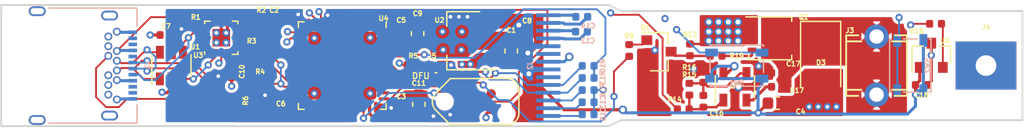
<source format=kicad_pcb>
(kicad_pcb (version 20171130) (host pcbnew "(6.0.0-rc1-dev-1-g01c5bdfb8)")
  (layers (0 F.Cu mixed) (1 In1.Cu power) (2 In2.Cu power) (31 B.Cu mixed) (34 B.Paste user) (35 F.Paste user) (36 B.SilkS user) (37 F.SilkS user) (38 B.Mask user) (39 F.Mask user) (44 Edge.Cuts user))
  (net 0 "")
  (net 1 GND)
  (net 2 OLED_PULLUP)
  (net 3 OLED_SDA)
  (net 4 VBUS)
  (net 5 "Net-(Q1-Pad3)")
  (net 6 "Net-(J2-Pad12)")
  (net 7 OLED_SCL)
  (net 8 "Net-(Q1-Pad1)")
  (net 9 INT_N)
  (net 10 +3V3)
  (net 11 SDA)
  (net 12 SCL)
  (net 13 CC2)
  (net 14 CC1)
  (net 15 /OUT)
  (net 16 "Net-(U3-Pad13)")
  (net 17 "Net-(U3-Pad12)")
  (net 18 "Net-(U4-Pad2)")
  (net 19 "Net-(U4-Pad3)")
  (net 20 "Net-(U4-Pad4)")
  (net 21 "Net-(U4-Pad5)")
  (net 22 "Net-(U4-Pad6)")
  (net 23 nRST)
  (net 24 "Net-(SW1-Pad2)")
  (net 25 "Net-(U4-Pad18)")
  (net 26 "Net-(U4-Pad19)")
  (net 27 "Net-(U4-Pad20)")
  (net 28 "Net-(U4-Pad26)")
  (net 29 "Net-(U4-Pad27)")
  (net 30 "Net-(U4-Pad28)")
  (net 31 "Net-(U4-Pad29)")
  (net 32 "Net-(U4-Pad30)")
  (net 33 SWDIO)
  (net 34 SWCLK)
  (net 35 "Net-(U4-Pad40)")
  (net 36 "Net-(U4-Pad41)")
  (net 37 "Net-(U4-Pad46)")
  (net 38 "Net-(C14-Pad2)")
  (net 39 "Net-(C14-Pad1)")
  (net 40 "Net-(C12-Pad1)")
  (net 41 "Net-(C12-Pad2)")
  (net 42 "Net-(J2-Pad6)")
  (net 43 "Net-(J2-Pad9)")
  (net 44 "Net-(C13-Pad1)")
  (net 45 "Net-(C15-Pad1)")
  (net 46 "Net-(R17-Pad2)")
  (net 47 "Net-(C16-Pad1)")
  (net 48 "Net-(C16-Pad2)")
  (net 49 UIN)
  (net 50 PWM)
  (net 51 TTIP)
  (net 52 TREF)
  (net 53 "Net-(R18-Pad2)")
  (net 54 "Net-(U4-Pad17)")
  (net 55 "Net-(U4-Pad15)")
  (net 56 "Net-(Q2-Pad4)")
  (net 57 "Net-(SW2-Pad2)")
  (net 58 "Net-(U4-Pad38)")
  (net 59 "Net-(P1-Pad6)")
  (net 60 USB_P)
  (net 61 USB_N)
  (net 62 "Net-(J1-PadA2)")
  (net 63 "Net-(J1-PadA3)")
  (net 64 "Net-(J1-PadA10)")
  (net 65 "Net-(J1-PadA8)")
  (net 66 "Net-(J1-PadA11)")
  (net 67 "Net-(J1-PadB2)")
  (net 68 "Net-(J1-PadB3)")
  (net 69 "Net-(J1-PadB8)")
  (net 70 "Net-(J1-PadB10)")
  (net 71 "Net-(J1-PadB11)")
  (net 72 "Net-(U4-Pad31)")
  (net 73 "Net-(U4-Pad16)")
  (net 74 "Net-(J5-Pad1)")
  (module Resistor_SMD:R_0402_1005Metric (layer F.Cu) (at 115.775 84.95)
    (fp_text reference J5 (at -0.325 -0.75) (layer F.SilkS) (effects (font (size 0.4 0.4) (thickness 0.1))))
    (fp_text value DNP)
    (pad 1 smd roundrect (at -0.485 0) (size 0.59 0.64) (layers F.Cu F.Paste F.Mask) (net 74 "Net-(J5-Pad1)"))
    (pad 2 smd roundrect (at 0.485 0) (size 0.59 0.64) (layers F.Cu F.Paste F.Mask) (net 10 +3V3))
  )
  (module otter:3622TR (layer F.Cu) (at 161 85)
    (fp_text reference J4 (at 0 -3.175) (layer F.SilkS) (effects (font (size 0.4 0.4) (thickness 0.1))))
    (fp_text value B)
    (pad 1 thru_hole rect (at 0 0) (size 5 3.96) (drill 1.7) (layers *.Cu *.Mask) (net 1 GND))
  )
  (module Capacitor_SMD:C_0402_1005Metric (layer F.Cu) (at 103 87.35)
    (fp_text reference C6 (at 0 0.8 180) (layer F.SilkS) (effects (font (size 0.4 0.4) (thickness 0.1))))
    (fp_text value 0.1μF)
    (pad 1 smd roundrect (at -0.485 0) (size 0.59 0.64) (layers F.Cu F.Paste F.Mask) (net 10 +3V3))
    (pad 2 smd roundrect (at 0.485 0) (size 0.59 0.64) (layers F.Cu F.Paste F.Mask) (net 1 GND))
  )
  (module Button_Switch_SMD:SW_SPST_PTS810 (layer B.Cu) (at 154.775 85 90)
    (fp_text reference SW2 (at 0 1.425 90) (layer B.SilkS) (effects (font (size 0.4 0.4) (thickness 0.1)) (justify mirror)))
    (fp_text value key2)
    (pad 2 smd rect (at 2.075 -1.075 90) (size 1.05 0.65) (layers B.Cu B.Paste B.Mask) (net 57 "Net-(SW2-Pad2)"))
    (pad 2 smd rect (at -2.075 -1.075 90) (size 1.05 0.65) (layers B.Cu B.Paste B.Mask) (net 57 "Net-(SW2-Pad2)"))
    (pad 1 smd rect (at 2.075 1.075 90) (size 1.05 0.65) (layers B.Cu B.Paste B.Mask) (net 10 +3V3))
    (pad 1 smd rect (at -2.075 1.075 90) (size 1.05 0.65) (layers B.Cu B.Paste B.Mask) (net 10 +3V3))
  )
  (module Button_Switch_SMD:SW_SPST_PTS810 (layer B.Cu) (at 140.5 85)
    (fp_text reference SW1 (at -0.025 1.425) (layer B.SilkS) (effects (font (size 0.4 0.4) (thickness 0.1)) (justify mirror)))
    (fp_text value key1)
    (pad 1 smd rect (at -2.075 1.075) (size 1.05 0.65) (layers B.Cu B.Paste B.Mask) (net 10 +3V3))
    (pad 1 smd rect (at 2.075 1.075) (size 1.05 0.65) (layers B.Cu B.Paste B.Mask) (net 10 +3V3))
    (pad 2 smd rect (at -2.075 -1.075) (size 1.05 0.65) (layers B.Cu B.Paste B.Mask) (net 24 "Net-(SW1-Pad2)"))
    (pad 2 smd rect (at 2.075 -1.075) (size 1.05 0.65) (layers B.Cu B.Paste B.Mask) (net 24 "Net-(SW1-Pad2)"))
  )
  (module Connector_USB:USB_C_Receptacle_Amphenol_12401548E4-2A (layer B.Cu) (at 85.8 85 90)
    (fp_text reference J1 (at 0 6.2 90) (layer B.SilkS) (effects (font (size 0.4 0.4) (thickness 0.1)) (justify mirror)))
    (fp_text value USB_C)
    (pad S1 thru_hole oval (at -4.13 3.11 90) (size 0.8 1.4) (drill oval 0.5 1.1) (layers *.Cu *.Mask) (net 1 GND))
    (pad A1 smd rect (at -2.75 5.02 90) (size 0.3 0.7) (layers B.Cu B.Paste B.Mask) (net 1 GND))
    (pad A2 smd rect (at -2.25 5.02 90) (size 0.3 0.7) (layers B.Cu B.Paste B.Mask) (net 62 "Net-(J1-PadA2)"))
    (pad A3 smd rect (at -1.75 5.02 90) (size 0.3 0.7) (layers B.Cu B.Paste B.Mask) (net 63 "Net-(J1-PadA3)"))
    (pad A4 smd rect (at -1.25 5.02 90) (size 0.3 0.7) (layers B.Cu B.Paste B.Mask) (net 4 VBUS))
    (pad A5 smd rect (at -0.75 5.02 90) (size 0.3 0.7) (layers B.Cu B.Paste B.Mask) (net 14 CC1))
    (pad A6 smd rect (at -0.25 5.02 90) (size 0.3 0.7) (layers B.Cu B.Paste B.Mask) (net 60 USB_P))
    (pad A7 smd rect (at 0.25 5.02 90) (size 0.3 0.7) (layers B.Cu B.Paste B.Mask) (net 61 USB_N))
    (pad A12 smd rect (at 2.75 5.02 90) (size 0.3 0.7) (layers B.Cu B.Paste B.Mask) (net 1 GND))
    (pad A10 smd rect (at 1.75 5.02 90) (size 0.3 0.7) (layers B.Cu B.Paste B.Mask) (net 64 "Net-(J1-PadA10)"))
    (pad A9 smd rect (at 1.25 5.02 90) (size 0.3 0.7) (layers B.Cu B.Paste B.Mask) (net 4 VBUS))
    (pad A8 smd rect (at 0.75 5.02 90) (size 0.3 0.7) (layers B.Cu B.Paste B.Mask) (net 65 "Net-(J1-PadA8)"))
    (pad A11 smd rect (at 2.25 5.02 90) (size 0.3 0.7) (layers B.Cu B.Paste B.Mask) (net 66 "Net-(J1-PadA11)"))
    (pad S1 thru_hole oval (at 4.13 3.11 90) (size 0.8 1.4) (drill oval 0.5 1.1) (layers *.Cu *.Mask) (net 1 GND))
    (pad S1 thru_hole oval (at 4.49 -2.84 90) (size 0.8 1.4) (drill oval 0.5 1.1) (layers *.Cu *.Mask) (net 1 GND))
    (pad S1 thru_hole oval (at -4.49 -2.84 90) (size 0.8 1.4) (drill oval 0.5 1.1) (layers *.Cu *.Mask) (net 1 GND))
    (pad "" np_thru_hole oval (at 3.6 4.36 90) (size 0.95 0.65) (drill oval 0.95 0.65) (layers *.Cu *.Mask))
    (pad "" np_thru_hole circle (at -3.6 4.36 90) (size 0.65 0.65) (drill 0.65) (layers *.Cu *.Mask))
    (pad B1 thru_hole circle (at 2.8 3.71 90) (size 0.65 0.65) (drill 0.4) (layers *.Cu *.Mask) (net 1 GND))
    (pad B4 thru_hole circle (at 1.2 3.71 90) (size 0.65 0.65) (drill 0.4) (layers *.Cu *.Mask) (net 4 VBUS))
    (pad B6 thru_hole circle (at 0.4 3.71 90) (size 0.65 0.65) (drill 0.4) (layers *.Cu *.Mask) (net 60 USB_P))
    (pad B7 thru_hole circle (at -0.4 3.71 90) (size 0.65 0.65) (drill 0.4) (layers *.Cu *.Mask) (net 61 USB_N))
    (pad B9 thru_hole circle (at -1.2 3.71 90) (size 0.65 0.65) (drill 0.4) (layers *.Cu *.Mask) (net 4 VBUS))
    (pad B12 thru_hole circle (at -2.8 3.71 90) (size 0.65 0.65) (drill 0.4) (layers *.Cu *.Mask) (net 1 GND))
    (pad B2 thru_hole circle (at 2.4 3.01 90) (size 0.65 0.65) (drill 0.4) (layers *.Cu *.Mask) (net 67 "Net-(J1-PadB2)"))
    (pad B3 thru_hole circle (at 1.6 3.01 90) (size 0.65 0.65) (drill 0.4) (layers *.Cu *.Mask) (net 68 "Net-(J1-PadB3)"))
    (pad B5 thru_hole circle (at 0.8 3.01 90) (size 0.65 0.65) (drill 0.4) (layers *.Cu *.Mask) (net 13 CC2))
    (pad B8 thru_hole circle (at -0.8 3.01 90) (size 0.65 0.65) (drill 0.4) (layers *.Cu *.Mask) (net 69 "Net-(J1-PadB8)"))
    (pad B10 thru_hole circle (at -1.6 3.01 90) (size 0.65 0.65) (drill 0.4) (layers *.Cu *.Mask) (net 70 "Net-(J1-PadB10)"))
    (pad B11 thru_hole circle (at -2.4 3.01 90) (size 0.65 0.65) (drill 0.4) (layers *.Cu *.Mask) (net 71 "Net-(J1-PadB11)"))
  )
  (module Tag-Connect:TC2030-NL_SMALL (layer F.Cu) (at 119.025 87.975)
    (fp_text reference P1 hide)
    (fp_text value TC2030-CTX hide)
    (pad 1 connect circle (at -1.27 0.635) (size 0.78486 0.78486) (layers F.Cu F.Mask) (net 10 +3V3))
    (pad 2 connect circle (at -1.27 -0.635) (size 0.78486 0.78486) (layers F.Cu F.Mask) (net 33 SWDIO))
    (pad 3 connect circle (at 0 0.635) (size 0.78486 0.78486) (layers F.Cu F.Mask) (net 23 nRST))
    (pad 4 connect circle (at 0 -0.635) (size 0.78486 0.78486) (layers F.Cu F.Mask) (net 34 SWCLK))
    (pad 5 connect circle (at 1.27 0.635) (size 0.78486 0.78486) (layers F.Cu F.Mask) (net 1 GND))
    (pad 6 connect circle (at 1.27 -0.635) (size 0.78486 0.78486) (layers F.Cu F.Mask) (net 59 "Net-(P1-Pad6)"))
    (pad "" np_thru_hole circle (at -2.54 0) (size 0.98806 0.98806) (drill 0.98806) (layers *.Cu *.Mask F.SilkS))
    (pad "" np_thru_hole circle (at 2.54 -1.016) (size 0.98552 0.98552) (drill 0.98552) (layers *.Cu *.Mask F.SilkS))
    (pad "" np_thru_hole circle (at 2.54 1.016) (size 0.98552 0.98552) (drill 0.98552) (layers *.Cu *.Mask F.SilkS))
  )
  (module otter:0.69OLED (layer B.Cu) (at 125 85 270)
    (fp_text reference J2 (at 0 1.5 270) (layer B.SilkS) (effects (font (size 0.4 0.4) (thickness 0.1)) (justify mirror)))
    (fp_text value OLED_64x32)
    (pad 1 smd rect (at -4.16 0 270) (size 0.32 2) (layers B.Cu B.Paste B.Mask) (net 38 "Net-(C14-Pad2)"))
    (pad 2 smd rect (at -3.52 0 270) (size 0.32 2) (layers B.Cu B.Paste B.Mask) (net 39 "Net-(C14-Pad1)"))
    (pad 3 smd rect (at -2.88 0 270) (size 0.32 2) (layers B.Cu B.Paste B.Mask) (net 40 "Net-(C12-Pad1)"))
    (pad 4 smd rect (at -2.24 0 270) (size 0.32 2) (layers B.Cu B.Paste B.Mask) (net 41 "Net-(C12-Pad2)"))
    (pad 5 smd rect (at -1.6 0 270) (size 0.32 2) (layers B.Cu B.Paste B.Mask) (net 10 +3V3))
    (pad 6 smd rect (at -0.96 0 270) (size 0.32 2) (layers B.Cu B.Paste B.Mask) (net 42 "Net-(J2-Pad6)"))
    (pad 7 smd rect (at -0.32 0 270) (size 0.32 2) (layers B.Cu B.Paste B.Mask) (net 1 GND))
    (pad 8 smd rect (at 0.32 0 270) (size 0.32 2) (layers B.Cu B.Paste B.Mask) (net 10 +3V3))
    (pad 9 smd rect (at 0.96 0 270) (size 0.32 2) (layers B.Cu B.Paste B.Mask) (net 43 "Net-(J2-Pad9)"))
    (pad 10 smd rect (at 1.6 0 270) (size 0.32 2) (layers B.Cu B.Paste B.Mask) (net 7 OLED_SCL))
    (pad 11 smd rect (at 2.24 0 270) (size 0.32 2) (layers B.Cu B.Paste B.Mask) (net 3 OLED_SDA))
    (pad 12 smd rect (at 2.88 0 270) (size 0.32 2) (layers B.Cu B.Paste B.Mask) (net 6 "Net-(J2-Pad12)"))
    (pad 13 smd rect (at 3.52 0 270) (size 0.32 2) (layers B.Cu B.Paste B.Mask) (net 44 "Net-(C13-Pad1)"))
    (pad 14 smd rect (at 4.16 0 270) (size 0.32 2) (layers B.Cu B.Paste B.Mask) (net 45 "Net-(C15-Pad1)"))
  )
  (module otter:Diodes_PowerDI3333-8 (layer F.Cu) (at 143.25 82.75)
    (fp_text reference Q2 (at 2.75 -1.75) (layer F.SilkS) (effects (font (size 0.4 0.4) (thickness 0.1))))
    (fp_text value DMP3017SFG)
    (pad 1 smd rect (at -1.5 -0.975) (size 0.7 0.42) (layers F.Cu F.Paste F.Mask) (net 4 VBUS))
    (pad 3 smd rect (at -1.5 0.325) (size 0.7 0.42) (layers F.Cu F.Paste F.Mask) (net 4 VBUS))
    (pad 2 smd rect (at -1.5 -0.325) (size 0.7 0.42) (layers F.Cu F.Paste F.Mask) (net 4 VBUS))
    (pad 4 smd rect (at -1.5 0.975) (size 0.7 0.42) (layers F.Cu F.Paste F.Mask) (net 56 "Net-(Q2-Pad4)"))
    (pad 5 smd custom (at 0.455 0) (size 1.71 2.37) (layers F.Cu F.Mask) (net 15 /OUT) (options (clearance outline) (anchor rect)) (primitives (gr_poly (pts (xy 0.855 1.185) (xy 1.395 1.185) (xy 1.395 0.765) (xy 0.855 0.765)) (width 0)) (gr_poly (pts (xy 0.855 0.535) (xy 1.395 0.535) (xy 1.395 0.115) (xy 0.855 0.115)) (width 0)) (gr_poly (pts (xy 0.855 -0.115) (xy 1.395 -0.115) (xy 1.395 -0.535) (xy 0.855 -0.535)) (width 0)) (gr_poly (pts (xy 0.855 -0.765) (xy 1.395 -0.765) (xy 1.395 -1.185) (xy 0.855 -1.185)) (width 0))))
  )
  (module Resistor_SMD:R_0402_1005Metric (layer F.Cu) (at 138.8 84.2)
    (fp_text reference R19 (at 1.7 0) (layer F.SilkS) (effects (font (size 0.4 0.4) (thickness 0.1))))
    (fp_text value 20)
    (pad 2 smd roundrect (at 0.485 0) (size 0.59 0.64) (layers F.Cu F.Paste F.Mask) (net 56 "Net-(Q2-Pad4)"))
    (pad 1 smd roundrect (at -0.485 0) (size 0.59 0.64) (layers F.Cu F.Paste F.Mask) (net 5 "Net-(Q1-Pad3)"))
  )
  (module Capacitor_SMD:C_0402_1005Metric (layer F.Cu) (at 137.75 87.95 270)
    (fp_text reference C16 (at 1 -1.1) (layer F.SilkS) (effects (font (size 0.4 0.4) (thickness 0.1))))
    (fp_text value 0.1uF)
    (pad 2 smd roundrect (at 0.485 0 270) (size 0.59 0.64) (layers F.Cu F.Paste F.Mask) (net 48 "Net-(C16-Pad2)"))
    (pad 1 smd roundrect (at -0.485 0 270) (size 0.59 0.64) (layers F.Cu F.Paste F.Mask) (net 47 "Net-(C16-Pad1)"))
  )
  (module Capacitor_SMD:C_0402_1005Metric (layer F.Cu) (at 143.85 85.6)
    (fp_text reference C17 (at 1.3 -0.75) (layer F.SilkS) (effects (font (size 0.4 0.4) (thickness 0.1))))
    (fp_text value 0.1μF)
    (pad 2 smd roundrect (at 0.485 0) (size 0.59 0.64) (layers F.Cu F.Paste F.Mask) (net 15 /OUT))
    (pad 1 smd roundrect (at -0.485 0) (size 0.59 0.64) (layers F.Cu F.Paste F.Mask) (net 1 GND))
  )
  (module Package_TO_SOT_SMD:SOT-23-5 (layer F.Cu) (at 140.35 86.75 90)
    (fp_text reference U5 (at 0.075 0.05 180) (layer F.SilkS) (effects (font (size 0.4 0.4) (thickness 0.1))))
    (fp_text value OPA340NA)
    (pad 5 smd rect (at 1.1 -0.95 90) (size 1.06 0.65) (layers F.Cu F.Paste F.Mask) (net 10 +3V3))
    (pad 4 smd rect (at 1.1 0.95 90) (size 1.06 0.65) (layers F.Cu F.Paste F.Mask) (net 47 "Net-(C16-Pad1)"))
    (pad 3 smd rect (at -1.1 0.95 90) (size 1.06 0.65) (layers F.Cu F.Paste F.Mask) (net 46 "Net-(R17-Pad2)"))
    (pad 2 smd rect (at -1.1 0 90) (size 1.06 0.65) (layers F.Cu F.Paste F.Mask) (net 1 GND))
    (pad 1 smd rect (at -1.1 -0.95 90) (size 1.06 0.65) (layers F.Cu F.Paste F.Mask) (net 48 "Net-(C16-Pad2)"))
  )
  (module Resistor_SMD:R_0402_1005Metric (layer F.Cu) (at 136.1 88.6 180)
    (fp_text reference R14 (at 0.7 0.8 180) (layer F.SilkS) (effects (font (size 0.4 0.4) (thickness 0.1))))
    (fp_text value 1k)
    (pad 2 smd roundrect (at 0.485 0 180) (size 0.59 0.64) (layers F.Cu F.Paste F.Mask) (net 51 TTIP))
    (pad 1 smd roundrect (at -0.485 0 180) (size 0.59 0.64) (layers F.Cu F.Paste F.Mask) (net 48 "Net-(C16-Pad2)"))
  )
  (module Resistor_SMD:R_0402_1005Metric (layer F.Cu) (at 136.6 86.95 270)
    (fp_text reference R15 (at -1.2 0) (layer F.SilkS) (effects (font (size 0.4 0.4) (thickness 0.1))))
    (fp_text value 750k)
    (pad 2 smd roundrect (at 0.485 0 270) (size 0.59 0.64) (layers F.Cu F.Paste F.Mask) (net 48 "Net-(C16-Pad2)"))
    (pad 1 smd roundrect (at -0.485 0 270) (size 0.59 0.64) (layers F.Cu F.Paste F.Mask) (net 47 "Net-(C16-Pad1)"))
  )
  (module Resistor_SMD:R_0402_1005Metric (layer F.Cu) (at 137.75 85.9 270)
    (fp_text reference R16 (at -0.75 1.15) (layer F.SilkS) (effects (font (size 0.4 0.4) (thickness 0.1))))
    (fp_text value 2k37)
    (pad 2 smd roundrect (at 0.485 0 270) (size 0.59 0.64) (layers F.Cu F.Paste F.Mask) (net 47 "Net-(C16-Pad1)"))
    (pad 1 smd roundrect (at -0.485 0 270) (size 0.59 0.64) (layers F.Cu F.Paste F.Mask) (net 1 GND))
  )
  (module Resistor_SMD:R_0402_1005Metric (layer F.Cu) (at 143.85 86.75 180)
    (fp_text reference R17 (at -1.6 -0.3 180) (layer F.SilkS) (effects (font (size 0.4 0.4) (thickness 0.1))))
    (fp_text value 100k)
    (pad 2 smd roundrect (at 0.485 0 180) (size 0.59 0.64) (layers F.Cu F.Paste F.Mask) (net 46 "Net-(R17-Pad2)"))
    (pad 1 smd roundrect (at -0.485 0 180) (size 0.59 0.64) (layers F.Cu F.Paste F.Mask) (net 15 /OUT))
  )
  (module otter:Keystone_3621 (layer F.Cu) (at 152 85)
    (fp_text reference J3 (at -2.2 -2.9) (layer F.SilkS) (effects (font (size 0.4 0.4) (thickness 0.1))))
    (fp_text value A)
    (pad 1 thru_hole circle (at 0 2.4) (size 2 2) (drill 1.19) (layers *.Cu *.Mask) (net 15 /OUT))
    (pad 1 thru_hole circle (at 0 -2.4) (size 2 2) (drill 1.19) (layers *.Cu *.Mask) (net 15 /OUT))
  )
  (module Capacitor_SMD:C_0402_1005Metric (layer F.Cu) (at 102.45 81.575 270)
    (fp_text reference C2 (at -1.15 0) (layer F.SilkS) (effects (font (size 0.4 0.4) (thickness 0.1))))
    (fp_text value 0.1μF)
    (pad 2 smd roundrect (at 0.485 0 270) (size 0.59 0.64) (layers F.Cu F.Paste F.Mask) (net 1 GND))
    (pad 1 smd roundrect (at -0.485 0 270) (size 0.59 0.64) (layers F.Cu F.Paste F.Mask) (net 49 UIN))
  )
  (module Capacitor_SMD:C_0402_1005Metric (layer F.Cu) (at 112.9 82.45 270)
    (fp_text reference C5 (at -1.2 0) (layer F.SilkS) (effects (font (size 0.4 0.4) (thickness 0.1))))
    (fp_text value 0.1μF)
    (pad 2 smd roundrect (at 0.485 0 270) (size 0.59 0.64) (layers F.Cu F.Paste F.Mask) (net 1 GND))
    (pad 1 smd roundrect (at -0.485 0 270) (size 0.59 0.64) (layers F.Cu F.Paste F.Mask) (net 10 +3V3))
  )
  (module Capacitor_SMD:C_0402_1005Metric (layer F.Cu) (at 93.55 82.475 180)
    (fp_text reference C7 (at 0 0.725) (layer F.SilkS) (effects (font (size 0.4 0.4) (thickness 0.1))))
    (fp_text value 0.1μF)
    (pad 2 smd roundrect (at 0.485 0 180) (size 0.59 0.64) (layers F.Cu F.Paste F.Mask) (net 1 GND))
    (pad 1 smd roundrect (at -0.485 0 180) (size 0.59 0.64) (layers F.Cu F.Paste F.Mask) (net 10 +3V3))
  )
  (module Capacitor_SMD:C_0402_1005Metric (layer F.Cu) (at 123.25 82.55 270)
    (fp_text reference C8 (at -1.25 0) (layer F.SilkS) (effects (font (size 0.4 0.4) (thickness 0.1))))
    (fp_text value 0.1μF)
    (pad 2 smd roundrect (at 0.485 0 270) (size 0.59 0.64) (layers F.Cu F.Paste F.Mask) (net 1 GND))
    (pad 1 smd roundrect (at -0.485 0 270) (size 0.59 0.64) (layers F.Cu F.Paste F.Mask) (net 10 +3V3))
  )
  (module Capacitor_SMD:C_0402_1005Metric (layer F.Cu) (at 98.95 85.5 270)
    (fp_text reference C10 (at 0 -0.85 90) (layer F.SilkS) (effects (font (size 0.4 0.4) (thickness 0.1))))
    (fp_text value 0.1μF)
    (pad 2 smd roundrect (at 0.485 0 270) (size 0.59 0.64) (layers F.Cu F.Paste F.Mask) (net 1 GND))
    (pad 1 smd roundrect (at -0.485 0 270) (size 0.59 0.64) (layers F.Cu F.Paste F.Mask) (net 10 +3V3))
  )
  (module Capacitor_SMD:C_0402_1005Metric (layer B.Cu) (at 127.725 82.2)
    (fp_text reference C12 (at 0.525 0.75) (layer B.SilkS) (effects (font (size 0.4 0.4) (thickness 0.1)) (justify mirror)))
    (fp_text value 1uF)
    (pad 2 smd roundrect (at 0.485 0) (size 0.59 0.64) (layers B.Cu B.Paste B.Mask) (net 41 "Net-(C12-Pad2)"))
    (pad 1 smd roundrect (at -0.485 0) (size 0.59 0.64) (layers B.Cu B.Paste B.Mask) (net 40 "Net-(C12-Pad1)"))
  )
  (module Capacitor_SMD:C_0402_1005Metric (layer B.Cu) (at 128.275 88.025)
    (fp_text reference C13 (at 1.225 0 90) (layer B.SilkS) (effects (font (size 0.4 0.4) (thickness 0.1)) (justify mirror)))
    (fp_text value 1uF)
    (pad 2 smd roundrect (at 0.485 0) (size 0.59 0.64) (layers B.Cu B.Paste B.Mask) (net 1 GND))
    (pad 1 smd roundrect (at -0.485 0) (size 0.59 0.64) (layers B.Cu B.Paste B.Mask) (net 44 "Net-(C13-Pad1)"))
  )
  (module Capacitor_SMD:C_0402_1005Metric (layer B.Cu) (at 127.75 80.975 180)
    (fp_text reference C14 (at -0.525 -0.75 180) (layer B.SilkS) (effects (font (size 0.4 0.4) (thickness 0.1)) (justify mirror)))
    (fp_text value 1uF)
    (pad 2 smd roundrect (at 0.485 0 180) (size 0.59 0.64) (layers B.Cu B.Paste B.Mask) (net 38 "Net-(C14-Pad2)"))
    (pad 1 smd roundrect (at -0.485 0 180) (size 0.59 0.64) (layers B.Cu B.Paste B.Mask) (net 39 "Net-(C14-Pad1)"))
  )
  (module Capacitor_SMD:C_0402_1005Metric (layer B.Cu) (at 128.275 89.025)
    (fp_text reference C15 (at 1.225 -0.025 90) (layer B.SilkS) (effects (font (size 0.4 0.4) (thickness 0.1)) (justify mirror)))
    (fp_text value 1uF)
    (pad 2 smd roundrect (at 0.485 0) (size 0.59 0.64) (layers B.Cu B.Paste B.Mask) (net 1 GND))
    (pad 1 smd roundrect (at -0.485 0) (size 0.59 0.64) (layers B.Cu B.Paste B.Mask) (net 45 "Net-(C15-Pad1)"))
  )
  (module Capacitor_SMD:C_0402_1005Metric (layer F.Cu) (at 112.9 88.75 270)
    (fp_text reference C3 (at -1.2 0) (layer F.SilkS) (effects (font (size 0.4 0.4) (thickness 0.1))))
    (fp_text value 0.1μF)
    (pad 2 smd roundrect (at 0.485 0 270) (size 0.59 0.64) (layers F.Cu F.Paste F.Mask) (net 1 GND))
    (pad 1 smd roundrect (at -0.485 0 270) (size 0.59 0.64) (layers F.Cu F.Paste F.Mask) (net 10 +3V3))
  )
  (module Capacitor_SMD:C_0603_1608Metric (layer F.Cu) (at 114.25 82.3625 270)
    (fp_text reference C9 (at -1.6625 0) (layer F.SilkS) (effects (font (size 0.4 0.4) (thickness 0.1))))
    (fp_text value 1μF)
    (pad 2 smd roundrect (at 0.7875 0 270) (size 0.875 0.95) (layers F.Cu F.Paste F.Mask) (net 1 GND))
    (pad 1 smd roundrect (at -0.7875 0 270) (size 0.875 0.95) (layers F.Cu F.Paste F.Mask) (net 10 +3V3))
  )
  (module Capacitor_SMD:C_0603_1608Metric (layer F.Cu) (at 114.35 88.2 270)
    (fp_text reference C11 (at -1.75 0) (layer F.SilkS) (effects (font (size 0.4 0.4) (thickness 0.1))))
    (fp_text value 1μF)
    (pad 2 smd roundrect (at 0.7875 0 270) (size 0.875 0.95) (layers F.Cu F.Paste F.Mask) (net 1 GND))
    (pad 1 smd roundrect (at -0.7875 0 270) (size 0.875 0.95) (layers F.Cu F.Paste F.Mask) (net 10 +3V3))
  )
  (module Capacitor_SMD:C_0603_1608Metric (layer F.Cu) (at 143.85 88.1)
    (fp_text reference C4 (at 1.9 0.7) (layer F.SilkS) (effects (font (size 0.4 0.4) (thickness 0.1))))
    (fp_text value 2.2μF)
    (pad 2 smd roundrect (at 0.7875 0) (size 0.875 0.95) (layers F.Cu F.Paste F.Mask) (net 1 GND))
    (pad 1 smd roundrect (at -0.7875 0) (size 0.875 0.95) (layers F.Cu F.Paste F.Mask) (net 10 +3V3))
  )
  (module Capacitor_SMD:C_0603_1608Metric (layer F.Cu) (at 121.95 83.8 90)
    (fp_text reference C1 (at 1.725 0 180) (layer F.SilkS) (effects (font (size 0.4 0.4) (thickness 0.1))))
    (fp_text value "1.0μF 25V")
    (pad 2 smd roundrect (at 0.7875 0 90) (size 0.875 0.95) (layers F.Cu F.Paste F.Mask) (net 1 GND))
    (pad 1 smd roundrect (at -0.7875 0 90) (size 0.875 0.95) (layers F.Cu F.Paste F.Mask) (net 4 VBUS))
  )
  (module Diode_SMD:D_SMA (layer F.Cu) (at 147.4 84.75 270)
    (fp_text reference D3 (at 0 -0.025) (layer F.SilkS) (effects (font (size 0.4 0.4) (thickness 0.1))))
    (fp_text value B140-E3)
    (pad 2 smd rect (at 2 0 270) (size 2.5 1.8) (layers F.Cu F.Paste F.Mask) (net 1 GND))
    (pad 1 smd rect (at -2 0 270) (size 2.5 1.8) (layers F.Cu F.Paste F.Mask) (net 15 /OUT))
  )
  (module Package_DFN_QFN:QFN-48-1EP_7x7mm_P0.5mm_EP5.6x5.6mm (layer F.Cu) (at 108.05 85 270)
    (fp_text reference U4 (at -3.9 -3.4) (layer F.SilkS) (effects (font (size 0.4 0.4) (thickness 0.1))))
    (fp_text value STM32F072C8Ux)
    (pad 48 smd roundrect (at -2.75 -3.4375 270) (size 0.25 0.875) (layers F.Cu F.Paste F.Mask) (net 10 +3V3))
    (pad 47 smd roundrect (at -2.25 -3.4375 270) (size 0.25 0.875) (layers F.Cu F.Paste F.Mask) (net 1 GND))
    (pad 46 smd roundrect (at -1.75 -3.4375 270) (size 0.25 0.875) (layers F.Cu F.Paste F.Mask) (net 37 "Net-(U4-Pad46)"))
    (pad 45 smd roundrect (at -1.25 -3.4375 270) (size 0.25 0.875) (layers F.Cu F.Paste F.Mask) (net 2 OLED_PULLUP))
    (pad 44 smd roundrect (at -0.75 -3.4375 270) (size 0.25 0.875) (layers F.Cu F.Paste F.Mask) (net 74 "Net-(J5-Pad1)"))
    (pad 43 smd roundrect (at -0.25 -3.4375 270) (size 0.25 0.875) (layers F.Cu F.Paste F.Mask) (net 3 OLED_SDA))
    (pad 42 smd roundrect (at 0.25 -3.4375 270) (size 0.25 0.875) (layers F.Cu F.Paste F.Mask) (net 7 OLED_SCL))
    (pad 41 smd roundrect (at 0.75 -3.4375 270) (size 0.25 0.875) (layers F.Cu F.Paste F.Mask) (net 36 "Net-(U4-Pad41)"))
    (pad 40 smd roundrect (at 1.25 -3.4375 270) (size 0.25 0.875) (layers F.Cu F.Paste F.Mask) (net 35 "Net-(U4-Pad40)"))
    (pad 39 smd roundrect (at 1.75 -3.4375 270) (size 0.25 0.875) (layers F.Cu F.Paste F.Mask) (net 50 PWM))
    (pad 38 smd roundrect (at 2.25 -3.4375 270) (size 0.25 0.875) (layers F.Cu F.Paste F.Mask) (net 58 "Net-(U4-Pad38)"))
    (pad 37 smd roundrect (at 2.75 -3.4375 270) (size 0.25 0.875) (layers F.Cu F.Paste F.Mask) (net 34 SWCLK))
    (pad 36 smd roundrect (at 3.4375 -2.75 270) (size 0.875 0.25) (layers F.Cu F.Paste F.Mask) (net 10 +3V3))
    (pad 35 smd roundrect (at 3.4375 -2.25 270) (size 0.875 0.25) (layers F.Cu F.Paste F.Mask) (net 1 GND))
    (pad 34 smd roundrect (at 3.4375 -1.75 270) (size 0.875 0.25) (layers F.Cu F.Paste F.Mask) (net 33 SWDIO))
    (pad 33 smd roundrect (at 3.4375 -1.25 270) (size 0.875 0.25) (layers F.Cu F.Paste F.Mask) (net 60 USB_P))
    (pad 32 smd roundrect (at 3.4375 -0.75 270) (size 0.875 0.25) (layers F.Cu F.Paste F.Mask) (net 61 USB_N))
    (pad 31 smd roundrect (at 3.4375 -0.25 270) (size 0.875 0.25) (layers F.Cu F.Paste F.Mask) (net 72 "Net-(U4-Pad31)"))
    (pad 30 smd roundrect (at 3.4375 0.25 270) (size 0.875 0.25) (layers F.Cu F.Paste F.Mask) (net 32 "Net-(U4-Pad30)"))
    (pad 29 smd roundrect (at 3.4375 0.75 270) (size 0.875 0.25) (layers F.Cu F.Paste F.Mask) (net 31 "Net-(U4-Pad29)"))
    (pad 28 smd roundrect (at 3.4375 1.25 270) (size 0.875 0.25) (layers F.Cu F.Paste F.Mask) (net 30 "Net-(U4-Pad28)"))
    (pad 27 smd roundrect (at 3.4375 1.75 270) (size 0.875 0.25) (layers F.Cu F.Paste F.Mask) (net 29 "Net-(U4-Pad27)"))
    (pad 26 smd roundrect (at 3.4375 2.25 270) (size 0.875 0.25) (layers F.Cu F.Paste F.Mask) (net 28 "Net-(U4-Pad26)"))
    (pad 25 smd roundrect (at 3.4375 2.75 270) (size 0.875 0.25) (layers F.Cu F.Paste F.Mask) (net 9 INT_N))
    (pad 24 smd roundrect (at 2.75 3.4375 270) (size 0.25 0.875) (layers F.Cu F.Paste F.Mask) (net 10 +3V3))
    (pad 23 smd roundrect (at 2.25 3.4375 270) (size 0.25 0.875) (layers F.Cu F.Paste F.Mask) (net 1 GND))
    (pad 22 smd roundrect (at 1.75 3.4375 270) (size 0.25 0.875) (layers F.Cu F.Paste F.Mask) (net 11 SDA))
    (pad 21 smd roundrect (at 1.25 3.4375 270) (size 0.25 0.875) (layers F.Cu F.Paste F.Mask) (net 12 SCL))
    (pad 20 smd roundrect (at 0.75 3.4375 270) (size 0.25 0.875) (layers F.Cu F.Paste F.Mask) (net 27 "Net-(U4-Pad20)"))
    (pad 19 smd roundrect (at 0.25 3.4375 270) (size 0.25 0.875) (layers F.Cu F.Paste F.Mask) (net 26 "Net-(U4-Pad19)"))
    (pad 18 smd roundrect (at -0.25 3.4375 270) (size 0.25 0.875) (layers F.Cu F.Paste F.Mask) (net 25 "Net-(U4-Pad18)"))
    (pad 17 smd roundrect (at -0.75 3.4375 270) (size 0.25 0.875) (layers F.Cu F.Paste F.Mask) (net 54 "Net-(U4-Pad17)"))
    (pad 16 smd roundrect (at -1.25 3.4375 270) (size 0.25 0.875) (layers F.Cu F.Paste F.Mask) (net 73 "Net-(U4-Pad16)"))
    (pad 15 smd roundrect (at -1.75 3.4375 270) (size 0.25 0.875) (layers F.Cu F.Paste F.Mask) (net 55 "Net-(U4-Pad15)"))
    (pad 14 smd roundrect (at -2.25 3.4375 270) (size 0.25 0.875) (layers F.Cu F.Paste F.Mask) (net 57 "Net-(SW2-Pad2)"))
    (pad 13 smd roundrect (at -2.75 3.4375 270) (size 0.25 0.875) (layers F.Cu F.Paste F.Mask) (net 24 "Net-(SW1-Pad2)"))
    (pad 12 smd roundrect (at -3.4375 2.75 270) (size 0.875 0.25) (layers F.Cu F.Paste F.Mask) (net 49 UIN))
    (pad 11 smd roundrect (at -3.4375 2.25 270) (size 0.875 0.25) (layers F.Cu F.Paste F.Mask) (net 51 TTIP))
    (pad 10 smd roundrect (at -3.4375 1.75 270) (size 0.875 0.25) (layers F.Cu F.Paste F.Mask) (net 52 TREF))
    (pad 9 smd roundrect (at -3.4375 1.25 270) (size 0.875 0.25) (layers F.Cu F.Paste F.Mask) (net 10 +3V3))
    (pad 8 smd roundrect (at -3.4375 0.75 270) (size 0.875 0.25) (layers F.Cu F.Paste F.Mask) (net 1 GND))
    (pad 7 smd roundrect (at -3.4375 0.25 270) (size 0.875 0.25) (layers F.Cu F.Paste F.Mask) (net 23 nRST))
    (pad 6 smd roundrect (at -3.4375 -0.25 270) (size 0.875 0.25) (layers F.Cu F.Paste F.Mask) (net 22 "Net-(U4-Pad6)"))
    (pad 5 smd roundrect (at -3.4375 -0.75 270) (size 0.875 0.25) (layers F.Cu F.Paste F.Mask) (net 21 "Net-(U4-Pad5)"))
    (pad 4 smd roundrect (at -3.4375 -1.25 270) (size 0.875 0.25) (layers F.Cu F.Paste F.Mask) (net 20 "Net-(U4-Pad4)"))
    (pad 3 smd roundrect (at -3.4375 -1.75 270) (size 0.875 0.25) (layers F.Cu F.Paste F.Mask) (net 19 "Net-(U4-Pad3)"))
    (pad 2 smd roundrect (at -3.4375 -2.25 270) (size 0.875 0.25) (layers F.Cu F.Paste F.Mask) (net 18 "Net-(U4-Pad2)"))
    (pad 1 smd roundrect (at -3.4375 -2.75 270) (size 0.875 0.25) (layers F.Cu F.Paste F.Mask) (net 10 +3V3))
    (pad 49 smd roundrect (at 0 0 270) (size 5.6 5.6) (layers F.Cu F.Mask) (roundrect_rratio 0.044643) (net 1 GND))
  )
  (module Package_DFN_QFN:WQFN-14-1EP_2.5x2.5mm_P0.5mm_EP1.45x1.45mm (layer F.Cu) (at 98.1 82.7 90)
    (fp_text reference U3 (at -1.45 -1.9 180) (layer F.SilkS) (effects (font (size 0.4 0.4) (thickness 0.1))))
    (fp_text value FUSB302BMPX)
    (pad 2 smd rect (at -1.215 0 90) (size 0.58 0.3) (layers F.Cu F.Paste F.Mask) (net 4 VBUS))
    (pad 1 smd rect (at -1.215 -0.5 90) (size 0.58 0.3) (layers F.Cu F.Paste F.Mask) (net 13 CC2))
    (pad 3 smd rect (at -1.215 0.5 90) (size 0.58 0.3) (layers F.Cu F.Paste F.Mask) (net 10 +3V3))
    (pad 8 smd rect (at 1.215 0.5 90) (size 0.58 0.3) (layers F.Cu F.Paste F.Mask) (net 1 GND))
    (pad 10 smd rect (at 1.215 -0.5 90) (size 0.58 0.3) (layers F.Cu F.Paste F.Mask) (net 14 CC1))
    (pad 9 smd rect (at 1.215 0 90) (size 0.58 0.3) (layers F.Cu F.Paste F.Mask) (net 1 GND))
    (pad 4 smd rect (at -0.75 1.215 90) (size 0.3 0.58) (layers F.Cu F.Paste F.Mask) (net 10 +3V3))
    (pad 5 smd rect (at -0.25 1.215 90) (size 0.3 0.58) (layers F.Cu F.Paste F.Mask) (net 9 INT_N))
    (pad 6 smd rect (at 0.25 1.215 90) (size 0.3 0.58) (layers F.Cu F.Paste F.Mask) (net 12 SCL))
    (pad 7 smd rect (at 0.75 1.215 90) (size 0.3 0.58) (layers F.Cu F.Paste F.Mask) (net 11 SDA))
    (pad 11 smd rect (at 0.75 -1.215 90) (size 0.3 0.58) (layers F.Cu F.Paste F.Mask) (net 14 CC1))
    (pad 12 smd rect (at 0.25 -1.215 90) (size 0.3 0.58) (layers F.Cu F.Paste F.Mask) (net 17 "Net-(U3-Pad12)"))
    (pad 13 smd rect (at -0.25 -1.215 90) (size 0.3 0.58) (layers F.Cu F.Paste F.Mask) (net 16 "Net-(U3-Pad13)"))
    (pad 14 smd rect (at -0.75 -1.215 90) (size 0.3 0.58) (layers F.Cu F.Paste F.Mask) (net 13 CC2))
    (pad 15 smd rect (at 0 0 90) (size 1.45 1.45) (layers F.Cu F.Mask) (net 1 GND))
  )
  (module Package_TO_SOT_SMD:SOT-23 (layer F.Cu) (at 134.1 83.85)
    (fp_text reference Q1 (at -1.125 -2) (layer F.SilkS) (effects (font (size 0.4 0.4) (thickness 0.1))))
    (fp_text value SS8050)
    (pad 3 smd rect (at 1 0) (size 0.9 0.8) (layers F.Cu F.Paste F.Mask) (net 5 "Net-(Q1-Pad3)"))
    (pad 2 smd rect (at -1 0.95) (size 0.9 0.8) (layers F.Cu F.Paste F.Mask) (net 1 GND))
    (pad 1 smd rect (at -1 -0.95) (size 0.9 0.8) (layers F.Cu F.Paste F.Mask) (net 8 "Net-(Q1-Pad1)"))
  )
  (module Package_TO_SOT_SMD:SOT-23-6 (layer F.Cu) (at 94 85 90)
    (fp_text reference U1 (at 1.55 1.95 180) (layer F.SilkS) (effects (font (size 0.4 0.4) (thickness 0.1))))
    (fp_text value USBLC6-4SC6)
    (pad 5 smd rect (at 1.1 0 90) (size 1.06 0.65) (layers F.Cu F.Paste F.Mask) (net 10 +3V3))
    (pad 6 smd rect (at 1.1 -0.95 90) (size 1.06 0.65) (layers F.Cu F.Paste F.Mask) (net 60 USB_P))
    (pad 4 smd rect (at 1.1 0.95 90) (size 1.06 0.65) (layers F.Cu F.Paste F.Mask) (net 14 CC1))
    (pad 3 smd rect (at -1.1 0.95 90) (size 1.06 0.65) (layers F.Cu F.Paste F.Mask) (net 13 CC2))
    (pad 2 smd rect (at -1.1 0 90) (size 1.06 0.65) (layers F.Cu F.Paste F.Mask) (net 1 GND))
    (pad 1 smd rect (at -1.1 -0.95 90) (size 1.06 0.65) (layers F.Cu F.Paste F.Mask) (net 61 USB_N))
  )
  (module Package_TO_SOT_SMD:SOT-89-3 (layer F.Cu) (at 118.4335 82.95 180)
    (fp_text reference U2 (at 2.3835 1.7 180) (layer F.SilkS) (effects (font (size 0.4 0.4) (thickness 0.1))))
    (fp_text value AP2204R-3.3)
    (pad 2 smd trapezoid (at -0.0762 0 270) (size 1.5 1) (rect_delta 0 0.7) (layers F.Cu F.Paste F.Mask) (net 1 GND))
    (pad 2 smd rect (at 1.3335 0 90) (size 2.2 1.84) (layers F.Cu F.Paste F.Mask) (net 1 GND))
    (pad 3 smd rect (at -1.48 1.5 90) (size 1 1.5) (layers F.Cu F.Paste F.Mask) (net 10 +3V3))
    (pad 2 smd rect (at -1.3335 0 90) (size 1 1.8) (layers F.Cu F.Paste F.Mask) (net 1 GND))
    (pad 1 smd rect (at -1.48 -1.5 90) (size 1 1.5) (layers F.Cu F.Paste F.Mask) (net 4 VBUS))
    (pad 2 smd trapezoid (at 2.667 0 90) (size 1.6 0.85) (rect_delta 0 0.6) (layers F.Cu F.Paste F.Mask) (net 1 GND))
  )
  (module Resistor_SMD:R_0402_1005Metric (layer F.Cu) (at 100.6 84.1 270)
    (fp_text reference R3 (at -1.125 0 180) (layer F.SilkS) (effects (font (size 0.4 0.4) (thickness 0.1))))
    (fp_text value 2kΩ)
    (pad 2 smd roundrect (at 0.485 0 270) (size 0.59 0.64) (layers F.Cu F.Paste F.Mask) (net 10 +3V3))
    (pad 1 smd roundrect (at -0.485 0 270) (size 0.59 0.64) (layers F.Cu F.Paste F.Mask) (net 12 SCL))
  )
  (module Resistor_SMD:R_0402_1005Metric (layer F.Cu) (at 94.65 81)
    (fp_text reference R1 (at 1.35 0) (layer F.SilkS) (effects (font (size 0.4 0.4) (thickness 0.1))))
    (fp_text value 560k)
    (pad 2 smd roundrect (at 0.485 0) (size 0.59 0.64) (layers F.Cu F.Paste F.Mask) (net 49 UIN))
    (pad 1 smd roundrect (at -0.485 0) (size 0.59 0.64) (layers F.Cu F.Paste F.Mask) (net 4 VBUS))
  )
  (module Resistor_SMD:R_0402_1005Metric (layer F.Cu) (at 101.3 86.25 180)
    (fp_text reference R4 (at 0 0.75) (layer F.SilkS) (effects (font (size 0.4 0.4) (thickness 0.1))))
    (fp_text value 2kΩ)
    (pad 2 smd roundrect (at 0.485 0 180) (size 0.59 0.64) (layers F.Cu F.Paste F.Mask) (net 10 +3V3))
    (pad 1 smd roundrect (at -0.485 0 180) (size 0.59 0.64) (layers F.Cu F.Paste F.Mask) (net 11 SDA))
  )
  (module Resistor_SMD:R_0402_1005Metric (layer F.Cu) (at 113.875 84.95)
    (fp_text reference R5 (at 0.025 -0.75) (layer F.SilkS) (effects (font (size 0.4 0.4) (thickness 0.1))))
    (fp_text value 2k)
    (pad 2 smd roundrect (at 0.485 0) (size 0.59 0.64) (layers F.Cu F.Paste F.Mask) (net 74 "Net-(J5-Pad1)"))
    (pad 1 smd roundrect (at -0.485 0) (size 0.59 0.64) (layers F.Cu F.Paste F.Mask) (net 1 GND))
  )
  (module Resistor_SMD:R_0402_1005Metric (layer F.Cu) (at 100.85 87.95 90)
    (fp_text reference R6 (at 0.05 -0.75 270) (layer F.SilkS) (effects (font (size 0.4 0.4) (thickness 0.1))))
    (fp_text value 2kΩ)
    (pad 2 smd roundrect (at 0.485 0 90) (size 0.59 0.64) (layers F.Cu F.Paste F.Mask) (net 10 +3V3))
    (pad 1 smd roundrect (at -0.485 0 90) (size 0.59 0.64) (layers F.Cu F.Paste F.Mask) (net 9 INT_N))
  )
  (module Resistor_SMD:R_0402_1005Metric (layer F.Cu) (at 131.65 83.75 90)
    (fp_text reference R9 (at 1.2 0 180) (layer F.SilkS) (effects (font (size 0.4 0.4) (thickness 0.1))))
    (fp_text value 2k)
    (pad 2 smd roundrect (at 0.485 0 90) (size 0.59 0.64) (layers F.Cu F.Paste F.Mask) (net 8 "Net-(Q1-Pad1)"))
    (pad 1 smd roundrect (at -0.485 0 90) (size 0.59 0.64) (layers F.Cu F.Paste F.Mask) (net 50 PWM))
  )
  (module Resistor_SMD:R_0402_1005Metric (layer B.Cu) (at 128.275 85.025)
    (fp_text reference R10 (at 1.2 0 90) (layer B.SilkS) (effects (font (size 0.4 0.4) (thickness 0.1)) (justify mirror)))
    (fp_text value 2k)
    (pad 2 smd roundrect (at 0.485 0) (size 0.59 0.64) (layers B.Cu B.Paste B.Mask) (net 2 OLED_PULLUP))
    (pad 1 smd roundrect (at -0.485 0) (size 0.59 0.64) (layers B.Cu B.Paste B.Mask) (net 7 OLED_SCL))
  )
  (module Resistor_SMD:R_0402_1005Metric (layer B.Cu) (at 128.275 87.025)
    (fp_text reference R11 (at 1.2 0 90) (layer B.SilkS) (effects (font (size 0.4 0.4) (thickness 0.1)) (justify mirror)))
    (fp_text value 560k)
    (pad 2 smd roundrect (at 0.485 0) (size 0.59 0.64) (layers B.Cu B.Paste B.Mask) (net 1 GND))
    (pad 1 smd roundrect (at -0.485 0) (size 0.59 0.64) (layers B.Cu B.Paste B.Mask) (net 6 "Net-(J2-Pad12)"))
  )
  (module Resistor_SMD:R_0402_1005Metric (layer F.Cu) (at 136.65 83.7 270)
    (fp_text reference R12 (at -1.25 0) (layer F.SilkS) (effects (font (size 0.4 0.4) (thickness 0.1))))
    (fp_text value 10k)
    (pad 2 smd roundrect (at 0.485 0 270) (size 0.59 0.64) (layers F.Cu F.Paste F.Mask) (net 5 "Net-(Q1-Pad3)"))
    (pad 1 smd roundrect (at -0.485 0 270) (size 0.59 0.64) (layers F.Cu F.Paste F.Mask) (net 4 VBUS))
  )
  (module Resistor_SMD:R_0402_1005Metric (layer B.Cu) (at 128.275 86.025)
    (fp_text reference R13 (at 1.2 0 90) (layer B.SilkS) (effects (font (size 0.4 0.4) (thickness 0.1)) (justify mirror)))
    (fp_text value 2k)
    (pad 2 smd roundrect (at 0.485 0) (size 0.59 0.64) (layers B.Cu B.Paste B.Mask) (net 2 OLED_PULLUP))
    (pad 1 smd roundrect (at -0.485 0) (size 0.59 0.64) (layers B.Cu B.Paste B.Mask) (net 3 OLED_SDA))
  )
  (module Resistor_SMD:R_0402_1005Metric (layer F.Cu) (at 101.4 81.575 270)
    (fp_text reference R2 (at -1.15 0) (layer F.SilkS) (effects (font (size 0.4 0.4) (thickness 0.1))))
    (fp_text value 100k)
    (pad 2 smd roundrect (at 0.485 0 270) (size 0.59 0.64) (layers F.Cu F.Paste F.Mask) (net 1 GND))
    (pad 1 smd roundrect (at -0.485 0 270) (size 0.59 0.64) (layers F.Cu F.Paste F.Mask) (net 49 UIN))
  )
  (module Capacitor_SMD:C_0402_1005Metric (layer F.Cu) (at 155.685 86.6)
    (fp_text reference C18 (at 0.015 0.85) (layer F.SilkS) (effects (font (size 0.4 0.4) (thickness 0.1))))
    (fp_text value 0.1μF)
    (pad 2 smd roundrect (at 0.485 0) (size 0.59 0.64) (layers F.Cu F.Paste F.Mask) (net 1 GND))
    (pad 1 smd roundrect (at -0.485 0) (size 0.59 0.64) (layers F.Cu F.Paste F.Mask) (net 10 +3V3))
  )
  (module Resistor_SMD:R_0402_1005Metric (layer F.Cu) (at 156.85 81.55)
    (fp_text reference R18 (at -1.55 0.6) (layer F.SilkS) (effects (font (size 0.4 0.4) (thickness 0.1))))
    (fp_text value 1k)
    (pad 2 smd roundrect (at 0.485 0) (size 0.59 0.64) (layers F.Cu F.Paste F.Mask) (net 53 "Net-(R18-Pad2)"))
    (pad 1 smd roundrect (at -0.485 0) (size 0.59 0.64) (layers F.Cu F.Paste F.Mask) (net 52 TREF))
  )
  (module Package_TO_SOT_SMD:SOT-23 (layer F.Cu) (at 156.5 84.15 90)
    (fp_text reference U6 (at 1.2 1.125 180) (layer F.SilkS) (effects (font (size 0.4 0.4) (thickness 0.1))))
    (fp_text value MCP9700AT-ETT)
    (pad 3 smd rect (at 1 0 90) (size 0.9 0.8) (layers F.Cu F.Paste F.Mask) (net 1 GND))
    (pad 2 smd rect (at -1 0.95 90) (size 0.9 0.8) (layers F.Cu F.Paste F.Mask) (net 53 "Net-(R18-Pad2)"))
    (pad 1 smd rect (at -1 -0.95 90) (size 0.9 0.8) (layers F.Cu F.Paste F.Mask) (net 10 +3V3))
  )
  (gr_text "DFU ^" (at 114.85 85.85) (layer F.SilkS) (effects (font (size 0.5 0.5) (thickness 0.1))))
  (gr_line (start 131 80.5) (end 164 80.5) (layer Edge.Cuts) (width 0.15))
  (gr_line (start 130 80) (end 131 80.5) (layer Edge.Cuts) (width 0.15))
  (gr_line (start 130 90) (end 131 89.5) (layer Edge.Cuts) (width 0.15))
  (gr_line (start 131 89.5) (end 164 89.5) (layer Edge.Cuts) (width 0.15))
  (gr_line (start 80 80) (end 80 90) (layer Edge.Cuts) (width 0.15))
  (gr_line (start 130 90) (end 80 90) (layer Edge.Cuts) (width 0.15))
  (gr_line (start 164 80.5) (end 164 89.5) (layer Edge.Cuts) (width 0.15))
  (gr_line (start 80 80) (end 130 80) (layer Edge.Cuts) (width 0.15))
  (via (at 98.5 82.3) (size 0.6) (drill 0.3) (layers F.Cu B.Cu) (net 1))
  (via (at 116.35 83.7) (size 0.6) (drill 0.3) (layers F.Cu B.Cu) (net 1))
  (via (at 117.9 82.2) (size 0.6) (drill 0.3) (layers F.Cu B.Cu) (net 1))
  (via (at 116.3 82.2) (size 0.6) (drill 0.3) (layers F.Cu B.Cu) (net 1))
  (via (at 97.7 82.3) (size 0.6) (drill 0.3) (layers F.Cu B.Cu) (net 1))
  (via (at 97.7 83.1) (size 0.6) (drill 0.3) (layers F.Cu B.Cu) (net 1))
  (via (at 98.5 83.1) (size 0.6) (drill 0.3) (layers F.Cu B.Cu) (net 1))
  (via (at 110.35 82.7) (size 0.6) (drill 0.3) (layers F.Cu B.Cu) (net 1))
  (via (at 110.35 87.3) (size 0.6) (drill 0.3) (layers F.Cu B.Cu) (net 1))
  (via (at 105.75 87.3) (size 0.6) (drill 0.3) (layers F.Cu B.Cu) (net 1))
  (segment (start 105.8 87.25) (end 108.05 85) (width 0.25) (layer F.Cu) (net 1))
  (segment (start 104.6125 87.25) (end 105.8 87.25) (width 0.25) (layer F.Cu) (net 1))
  (segment (start 107.3 84.25) (end 108.05 85) (width 0.25) (layer F.Cu) (net 1))
  (segment (start 107.3 81.5625) (end 107.3 84.25) (width 0.25) (layer F.Cu) (net 1))
  (segment (start 112.48 89.235) (end 112.9 89.235) (width 0.25) (layer F.Cu) (net 1))
  (segment (start 110.56 89.235) (end 112.48 89.235) (width 0.25) (layer F.Cu) (net 1))
  (segment (start 110.3 88.975) (end 110.56 89.235) (width 0.25) (layer F.Cu) (net 1))
  (segment (start 110.3 88.4375) (end 110.3 88.975) (width 0.25) (layer F.Cu) (net 1))
  (segment (start 114.1025 89.235) (end 114.35 88.9875) (width 0.25) (layer F.Cu) (net 1))
  (segment (start 112.9 89.235) (end 114.1025 89.235) (width 0.25) (layer F.Cu) (net 1))
  (segment (start 110.3 87.25) (end 108.05 85) (width 0.25) (layer F.Cu) (net 1))
  (segment (start 110.3 88.4375) (end 110.3 87.25) (width 0.25) (layer F.Cu) (net 1))
  (segment (start 115.98 82.95) (end 117.1 82.95) (width 0.2) (layer F.Cu) (net 1))
  (segment (start 115.8 83.13) (end 115.98 82.95) (width 0.2) (layer F.Cu) (net 1))
  (segment (start 156.504168 83.154168) (end 156.5 83.15) (width 0.25) (layer F.Cu) (net 1))
  (segment (start 156.17 86.6) (end 156.504168 86.265832) (width 0.25) (layer F.Cu) (net 1))
  (via (at 156.504168 84.15) (size 0.6) (drill 0.3) (layers F.Cu B.Cu) (net 1))
  (segment (start 156.504168 83.95) (end 156.504168 84.15) (width 0.25) (layer F.Cu) (net 1))
  (segment (start 156.504168 83.95) (end 156.504168 83.154168) (width 0.25) (layer F.Cu) (net 1))
  (segment (start 156.504168 86.265832) (end 156.504168 84.15) (width 0.25) (layer F.Cu) (net 1))
  (via (at 146.45 88.4) (size 0.6) (drill 0.3) (layers F.Cu B.Cu) (net 1))
  (via (at 147.2 88.4) (size 0.6) (drill 0.3) (layers F.Cu B.Cu) (net 1))
  (via (at 147.95 88.4) (size 0.6) (drill 0.3) (layers F.Cu B.Cu) (net 1))
  (via (at 148.7 88.4) (size 0.6) (drill 0.3) (layers F.Cu B.Cu) (net 1))
  (via (at 142.3 85.05) (size 0.6) (drill 0.3) (layers F.Cu B.Cu) (net 1))
  (via (at 136.95 85.3) (size 0.6) (drill 0.3) (layers F.Cu B.Cu) (net 1))
  (via (at 98.95 86.7) (size 0.6) (drill 0.3) (layers F.Cu B.Cu) (net 1))
  (segment (start 98.95 85.985) (end 98.95 86.7) (width 0.25) (layer F.Cu) (net 1))
  (segment (start 98.1 81.485) (end 98.6 81.485) (width 0.25) (layer F.Cu) (net 1))
  (segment (start 98.6 82.2) (end 98.1 82.7) (width 0.25) (layer F.Cu) (net 1))
  (segment (start 98.6 81.485) (end 98.6 82.2) (width 0.25) (layer F.Cu) (net 1))
  (segment (start 98.1 81.485) (end 98.1 82.7) (width 0.25) (layer F.Cu) (net 1))
  (segment (start 89.56 82.25) (end 89.51 82.2) (width 0.25) (layer B.Cu) (net 1))
  (segment (start 90.82 82.25) (end 89.56 82.25) (width 0.25) (layer B.Cu) (net 1))
  (segment (start 89.56 87.75) (end 89.51 87.8) (width 0.25) (layer B.Cu) (net 1))
  (segment (start 90.82 87.75) (end 89.56 87.75) (width 0.25) (layer B.Cu) (net 1))
  (via (at 92.25 82.475) (size 0.6) (drill 0.3) (layers F.Cu B.Cu) (net 1))
  (segment (start 93.065 82.475) (end 92.25 82.475) (width 0.25) (layer F.Cu) (net 1))
  (segment (start 94 86.88) (end 93.63 87.25) (width 0.25) (layer F.Cu) (net 1))
  (segment (start 94 86.1) (end 94 86.88) (width 0.25) (layer F.Cu) (net 1))
  (via (at 93.225 87.2) (size 0.6) (drill 0.3) (layers F.Cu B.Cu) (net 1))
  (segment (start 93.63 87.25) (end 93.275 87.25) (width 0.25) (layer F.Cu) (net 1))
  (segment (start 93.275 87.25) (end 93.225 87.2) (width 0.25) (layer F.Cu) (net 1))
  (segment (start 102.45 82.06) (end 101.4 82.06) (width 0.25) (layer F.Cu) (net 1))
  (segment (start 100.825 81.485) (end 101.4 82.06) (width 0.25) (layer F.Cu) (net 1))
  (segment (start 98.6 81.485) (end 100.825 81.485) (width 0.25) (layer F.Cu) (net 1))
  (via (at 119.875 89.3) (size 0.6) (drill 0.3) (layers F.Cu B.Cu) (net 1))
  (segment (start 119.875 89.03) (end 120.295 88.61) (width 0.25) (layer F.Cu) (net 1))
  (segment (start 119.875 89.3) (end 119.875 89.03) (width 0.25) (layer F.Cu) (net 1))
  (via (at 105.755086 82.73101) (size 0.6) (drill 0.3) (layers F.Cu B.Cu) (net 1))
  (via (at 133.76899 83.729792) (size 0.6) (drill 0.3) (layers F.Cu B.Cu) (net 1))
  (segment (start 110.3 82.75) (end 111.4875 82.75) (width 0.25) (layer F.Cu) (net 1))
  (segment (start 108.05 85) (end 110.3 82.75) (width 0.25) (layer F.Cu) (net 1))
  (via (at 112.75 84.8) (size 0.6) (drill 0.3) (layers F.Cu B.Cu) (net 1))
  (segment (start 113.45 84.95) (end 112.9 84.95) (width 0.154) (layer F.Cu) (net 1))
  (segment (start 112.9 84.95) (end 112.75 84.8) (width 0.154) (layer F.Cu) (net 1))
  (segment (start 121.9875 83.05) (end 121.95 83.0125) (width 0.25) (layer F.Cu) (net 1))
  (segment (start 123.3 83.05) (end 121.9875 83.05) (width 0.25) (layer F.Cu) (net 1))
  (segment (start 103.585 87.25) (end 104.6125 87.25) (width 0.25) (layer F.Cu) (net 1))
  (segment (start 103.485 87.35) (end 103.585 87.25) (width 0.25) (layer F.Cu) (net 1))
  (segment (start 128.76 89.025) (end 128.76 87.025) (width 0.154) (layer B.Cu) (net 1))
  (via (at 129.5 87) (size 0.6) (drill 0.3) (layers F.Cu B.Cu) (net 1))
  (segment (start 128.76 87.025) (end 129.475 87.025) (width 0.154) (layer B.Cu) (net 1))
  (segment (start 129.475 87.025) (end 129.5 87) (width 0.154) (layer B.Cu) (net 1))
  (via (at 126.725 84.275) (size 0.7) (drill 0.4) (layers F.Cu B.Cu) (net 1))
  (segment (start 125 84.68) (end 126.32 84.68) (width 0.25) (layer B.Cu) (net 1))
  (segment (start 126.32 84.68) (end 126.725 84.275) (width 0.25) (layer B.Cu) (net 1))
  (via (at 140.65 86.775) (size 0.7) (drill 0.4) (layers F.Cu B.Cu) (net 1))
  (via (at 117.85 83.7) (size 0.6) (drill 0.3) (layers F.Cu B.Cu) (net 1))
  (segment (start 129.7 81.05) (end 128.99899 80.34899) (width 0.154) (layer B.Cu) (net 2))
  (segment (start 128.99899 80.34899) (end 126.75101 80.34899) (width 0.154) (layer B.Cu) (net 2))
  (via (at 114.8 84.099996) (size 0.6) (drill 0.3) (layers F.Cu B.Cu) (net 2))
  (segment (start 114.375736 84.099996) (end 114.8 84.099996) (width 0.154) (layer F.Cu) (net 2))
  (segment (start 114.005589 84.099996) (end 114.375736 84.099996) (width 0.154) (layer F.Cu) (net 2))
  (segment (start 113.655593 83.75) (end 114.005589 84.099996) (width 0.154) (layer F.Cu) (net 2))
  (segment (start 111.4875 83.75) (end 113.655593 83.75) (width 0.154) (layer F.Cu) (net 2))
  (segment (start 128.76 86.025) (end 128.76 85.025) (width 0.154) (layer B.Cu) (net 2))
  (segment (start 129.7 84.085) (end 128.76 85.025) (width 0.154) (layer B.Cu) (net 2))
  (segment (start 129.7 81.05) (end 129.7 84.085) (width 0.154) (layer B.Cu) (net 2))
  (segment (start 118.950001 84.349999) (end 115.474267 84.349999) (width 0.154) (layer B.Cu) (net 2))
  (segment (start 122.95 80.35) (end 118.950001 84.349999) (width 0.154) (layer B.Cu) (net 2))
  (segment (start 115.224264 84.099996) (end 114.8 84.099996) (width 0.154) (layer B.Cu) (net 2))
  (segment (start 126.95 80.35) (end 122.95 80.35) (width 0.154) (layer B.Cu) (net 2))
  (segment (start 115.474267 84.349999) (end 115.224264 84.099996) (width 0.154) (layer B.Cu) (net 2))
  (segment (start 126.575 87.24) (end 127.79 86.025) (width 0.154) (layer B.Cu) (net 3))
  (segment (start 125 87.24) (end 126.575 87.24) (width 0.154) (layer B.Cu) (net 3))
  (segment (start 119.825 85.8) (end 119.825 85.525) (width 0.154) (layer B.Cu) (net 3))
  (segment (start 122.231001 86.156001) (end 120.181001 86.156001) (width 0.154) (layer B.Cu) (net 3))
  (segment (start 120.181001 86.156001) (end 119.825 85.8) (width 0.154) (layer B.Cu) (net 3))
  (via (at 119.825 85.525) (size 0.6) (drill 0.3) (layers F.Cu B.Cu) (net 3))
  (segment (start 125 87.24) (end 123.315 87.24) (width 0.154) (layer B.Cu) (net 3))
  (segment (start 123.315 87.24) (end 122.231001 86.156001) (width 0.154) (layer B.Cu) (net 3))
  (segment (start 111.914116 84.75) (end 112.689116 85.525) (width 0.154) (layer F.Cu) (net 3))
  (segment (start 111.4875 84.75) (end 111.914116 84.75) (width 0.154) (layer F.Cu) (net 3))
  (segment (start 112.689116 85.525) (end 119.400736 85.525) (width 0.154) (layer F.Cu) (net 3))
  (segment (start 119.400736 85.525) (end 119.825 85.525) (width 0.154) (layer F.Cu) (net 3))
  (via (at 140.6 82.2) (size 0.7) (drill 0.4) (layers F.Cu B.Cu) (net 4))
  (via (at 140.6 81.4) (size 0.7) (drill 0.4) (layers F.Cu B.Cu) (net 4))
  (via (at 139.8 81.4) (size 0.7) (drill 0.4) (layers F.Cu B.Cu) (net 4))
  (via (at 139.8 82.2) (size 0.7) (drill 0.4) (layers F.Cu B.Cu) (net 4))
  (via (at 139 82.2) (size 0.7) (drill 0.4) (layers F.Cu B.Cu) (net 4))
  (via (at 139 81.4) (size 0.7) (drill 0.4) (layers F.Cu B.Cu) (net 4))
  (via (at 138.2 81.4) (size 0.7) (drill 0.4) (layers F.Cu B.Cu) (net 4))
  (via (at 138.2 82.2) (size 0.7) (drill 0.4) (layers F.Cu B.Cu) (net 4))
  (segment (start 89.56 86.25) (end 89.51 86.2) (width 0.25) (layer B.Cu) (net 4))
  (segment (start 90.82 86.25) (end 89.56 86.25) (width 0.25) (layer B.Cu) (net 4))
  (segment (start 89.56 83.75) (end 89.51 83.8) (width 0.25) (layer B.Cu) (net 4))
  (segment (start 90.82 83.75) (end 89.56 83.75) (width 0.25) (layer B.Cu) (net 4))
  (segment (start 92.31 81) (end 94.165 81) (width 0.154) (layer F.Cu) (net 4))
  (segment (start 89.51 83.8) (end 92.31 81) (width 0.154) (layer F.Cu) (net 4))
  (segment (start 98.1 83.915) (end 98.1 84.6) (width 0.154) (layer F.Cu) (net 4))
  (via (at 97.9 84.8) (size 0.6) (drill 0.3) (layers F.Cu B.Cu) (net 4))
  (segment (start 98.1 84.6) (end 97.9 84.8) (width 0.154) (layer F.Cu) (net 4))
  (via (at 139.8 82.960979) (size 0.7) (drill 0.4) (layers F.Cu B.Cu) (net 4))
  (segment (start 136.65 83.215) (end 137.945979 83.215) (width 0.2) (layer F.Cu) (net 4))
  (via (at 138.2 82.960979) (size 0.7) (drill 0.4) (layers F.Cu B.Cu) (net 4))
  (via (at 139 82.960979) (size 0.7) (drill 0.4) (layers F.Cu B.Cu) (net 4))
  (segment (start 137.945979 83.215) (end 138.2 82.960979) (width 0.2) (layer F.Cu) (net 4))
  (via (at 140.6 82.960979) (size 0.7) (drill 0.4) (layers F.Cu B.Cu) (net 4))
  (via (at 117.9 84.9) (size 0.6) (drill 0.3) (layers F.Cu B.Cu) (net 4))
  (via (at 118.586802 84.887682) (size 0.6) (drill 0.3) (layers F.Cu B.Cu) (net 4))
  (segment (start 135.4 84.15) (end 135.1 83.85) (width 0.2) (layer F.Cu) (net 5))
  (segment (start 135.45 84.2) (end 135.1 83.85) (width 0.2) (layer F.Cu) (net 5))
  (segment (start 136.665 84.2) (end 136.65 84.185) (width 0.2) (layer F.Cu) (net 5))
  (segment (start 138.315 84.2) (end 136.665 84.2) (width 0.2) (layer F.Cu) (net 5))
  (segment (start 135.435 84.185) (end 135.1 83.85) (width 0.2) (layer F.Cu) (net 5))
  (segment (start 136.65 84.185) (end 135.435 84.185) (width 0.2) (layer F.Cu) (net 5))
  (segment (start 126.935 87.88) (end 127.79 87.025) (width 0.154) (layer B.Cu) (net 6))
  (segment (start 125 87.88) (end 126.935 87.88) (width 0.154) (layer B.Cu) (net 6))
  (segment (start 126.215 86.6) (end 127.79 85.025) (width 0.154) (layer B.Cu) (net 7))
  (segment (start 125 86.6) (end 126.215 86.6) (width 0.154) (layer B.Cu) (net 7))
  (segment (start 123.3 86.6) (end 122.325 85.625) (width 0.154) (layer B.Cu) (net 7))
  (segment (start 125 86.6) (end 123.3 86.6) (width 0.154) (layer B.Cu) (net 7))
  (via (at 120.65 85.625) (size 0.6) (drill 0.3) (layers F.Cu B.Cu) (net 7))
  (segment (start 120.350001 85.924999) (end 120.65 85.625) (width 0.154) (layer F.Cu) (net 7))
  (segment (start 120.218998 86.056002) (end 120.350001 85.924999) (width 0.154) (layer F.Cu) (net 7))
  (segment (start 111.978523 85.25) (end 112.784525 86.056002) (width 0.154) (layer F.Cu) (net 7))
  (segment (start 122.325 85.625) (end 121.074264 85.625) (width 0.154) (layer B.Cu) (net 7))
  (segment (start 111.4875 85.25) (end 111.978523 85.25) (width 0.154) (layer F.Cu) (net 7))
  (segment (start 121.074264 85.625) (end 120.65 85.625) (width 0.154) (layer B.Cu) (net 7))
  (segment (start 112.784525 86.056002) (end 120.218998 86.056002) (width 0.154) (layer F.Cu) (net 7))
  (segment (start 132.735 83.265) (end 133.1 82.9) (width 0.154) (layer F.Cu) (net 8))
  (segment (start 131.65 83.265) (end 132.735 83.265) (width 0.154) (layer F.Cu) (net 8))
  (segment (start 99.9 83.091) (end 99.759 82.95) (width 0.154) (layer F.Cu) (net 9))
  (segment (start 99.9 87.9) (end 99.9 83.091) (width 0.154) (layer F.Cu) (net 9))
  (segment (start 99.759 82.95) (end 99.315 82.95) (width 0.154) (layer F.Cu) (net 9))
  (segment (start 100.55 88.55) (end 99.9 87.9) (width 0.154) (layer F.Cu) (net 9))
  (segment (start 105.3 88.4375) (end 105.1875 88.55) (width 0.154) (layer F.Cu) (net 9))
  (segment (start 105.1875 88.55) (end 100.55 88.55) (width 0.154) (layer F.Cu) (net 9))
  (segment (start 155.55 86.25) (end 155.2 86.6) (width 0.25) (layer F.Cu) (net 10))
  (segment (start 155.55 85.15) (end 155.55 86.25) (width 0.25) (layer F.Cu) (net 10))
  (via (at 155.2 87.4) (size 0.6) (drill 0.3) (layers F.Cu B.Cu) (net 10))
  (segment (start 155.2 86.6) (end 155.2 87.4) (width 0.25) (layer F.Cu) (net 10))
  (segment (start 155.2 87.4) (end 155.2 88.35) (width 0.25) (layer B.Cu) (net 10))
  (segment (start 155.2 88.35) (end 154.55 89) (width 0.25) (layer B.Cu) (net 10))
  (segment (start 142.2625 88.9) (end 143.0625 88.1) (width 0.25) (layer F.Cu) (net 10))
  (via (at 142.2625 88.9) (size 0.6) (drill 0.3) (layers F.Cu B.Cu) (net 10))
  (via (at 94.825 81.975) (size 0.6) (drill 0.3) (layers F.Cu B.Cu) (net 10))
  (via (at 97.85 85.875) (size 0.6) (drill 0.3) (layers F.Cu B.Cu) (net 10))
  (via (at 104.425 80.775) (size 0.6) (drill 0.3) (layers F.Cu B.Cu) (net 10))
  (via (at 116.925 89.05) (size 0.6) (drill 0.3) (layers F.Cu B.Cu) (net 10))
  (via (at 115.55 89.175) (size 0.6) (drill 0.3) (layers F.Cu B.Cu) (net 10))
  (via (at 112.075 88.5) (size 0.6) (drill 0.3) (layers F.Cu B.Cu) (net 10))
  (segment (start 138.425 86.075) (end 142.575 86.075) (width 0.25) (layer B.Cu) (net 10))
  (segment (start 142.575 86.554) (end 142.25 86.879) (width 0.25) (layer B.Cu) (net 10))
  (segment (start 142.575 86.075) (end 142.575 86.554) (width 0.25) (layer B.Cu) (net 10))
  (segment (start 142.25 86.879) (end 142.25 88.9) (width 0.25) (layer B.Cu) (net 10))
  (segment (start 155.371 87.075) (end 155.25 87.196) (width 0.25) (layer B.Cu) (net 10))
  (segment (start 155.85 87.075) (end 155.371 87.075) (width 0.25) (layer B.Cu) (net 10))
  (segment (start 155.25 87.196) (end 155.25 87.35) (width 0.25) (layer B.Cu) (net 10))
  (segment (start 155.25 87.35) (end 155.2 87.3) (width 0.25) (layer B.Cu) (net 10))
  (segment (start 155.85 86.396) (end 155.85 82.925) (width 0.25) (layer B.Cu) (net 10))
  (segment (start 155.85 87.075) (end 155.85 86.396) (width 0.25) (layer B.Cu) (net 10))
  (segment (start 106.8 81.5625) (end 106.8 80.887052) (width 0.25) (layer F.Cu) (net 10))
  (via (at 106.85 80.837052) (size 0.6) (drill 0.3) (layers F.Cu B.Cu) (net 10))
  (segment (start 106.8 80.887052) (end 106.85 80.837052) (width 0.25) (layer F.Cu) (net 10))
  (segment (start 154.55 89) (end 142.35 89) (width 0.25) (layer B.Cu) (net 10))
  (segment (start 142.35 89) (end 142.25 88.9) (width 0.25) (layer B.Cu) (net 10))
  (via (at 118.35 80.96899) (size 0.6) (drill 0.3) (layers F.Cu B.Cu) (net 10))
  (via (at 117.65 80.96899) (size 0.6) (drill 0.3) (layers F.Cu B.Cu) (net 10))
  (via (at 116.95 80.96899) (size 0.6) (drill 0.3) (layers F.Cu B.Cu) (net 10))
  (via (at 101.7 87.45) (size 0.6) (drill 0.3) (layers F.Cu B.Cu) (net 10))
  (segment (start 138.425 86.075) (end 138.075 86.075) (width 0.25) (layer B.Cu) (net 10))
  (segment (start 125 83.4) (end 123.75 83.4) (width 0.25) (layer B.Cu) (net 10))
  (segment (start 123.75 83.4) (end 123.625 83.4) (width 0.25) (layer B.Cu) (net 10))
  (segment (start 125 85.32) (end 123.63 85.32) (width 0.25) (layer B.Cu) (net 10))
  (segment (start 123.63 85.32) (end 123.625 85.325) (width 0.25) (layer B.Cu) (net 10))
  (via (at 131.125 88.65) (size 0.7) (drill 0.4) (layers F.Cu B.Cu) (net 10))
  (segment (start 142.2625 88.9) (end 131.375 88.9) (width 0.25) (layer B.Cu) (net 10))
  (segment (start 131.375 88.9) (end 131.125 88.65) (width 0.25) (layer B.Cu) (net 10))
  (segment (start 131.125 88.65) (end 130.630026 88.65) (width 0.25) (layer F.Cu) (net 10))
  (segment (start 123.375 88.65) (end 123.3 88.575) (width 0.25) (layer F.Cu) (net 10))
  (segment (start 131.125 88.65) (end 126.3 88.65) (width 0.25) (layer F.Cu) (net 10))
  (segment (start 126.3 88.65) (end 124.05 86.4) (width 0.25) (layer F.Cu) (net 10))
  (via (at 123.314163 83.964163) (size 0.7) (drill 0.4) (layers F.Cu B.Cu) (net 10))
  (via (at 122.575 81.65) (size 0.7) (drill 0.4) (layers F.Cu B.Cu) (net 10))
  (via (at 123.4 85.675) (size 0.7) (drill 0.4) (layers F.Cu B.Cu) (net 10))
  (via (at 140.3 85.05) (size 0.7) (drill 0.4) (layers F.Cu B.Cu) (net 10))
  (segment (start 139.4 85.65) (end 139.7 85.65) (width 0.25) (layer F.Cu) (net 10))
  (segment (start 139.7 85.65) (end 140.3 85.05) (width 0.25) (layer F.Cu) (net 10))
  (segment (start 138.425 85.5) (end 138.425 86.075) (width 0.25) (layer B.Cu) (net 10))
  (segment (start 138.875 85.05) (end 138.425 85.5) (width 0.25) (layer B.Cu) (net 10))
  (segment (start 140.3 85.05) (end 138.875 85.05) (width 0.25) (layer B.Cu) (net 10))
  (segment (start 116.37 84.95) (end 117 84.95) (width 0.154) (layer F.Cu) (net 10))
  (via (at 117 84.95) (size 0.6) (drill 0.3) (layers F.Cu B.Cu) (net 10))
  (via (at 102.999992 84.95) (size 0.6) (drill 0.3) (layers F.Cu B.Cu) (net 11))
  (segment (start 102.699993 84.650001) (end 102.999992 84.95) (width 0.154) (layer F.Cu) (net 11))
  (segment (start 99.999992 81.95) (end 102.699993 84.650001) (width 0.154) (layer F.Cu) (net 11))
  (segment (start 99.315 81.95) (end 99.999992 81.95) (width 0.154) (layer F.Cu) (net 11))
  (segment (start 104.6125 86.75) (end 103.250006 86.75) (width 0.154) (layer F.Cu) (net 11))
  (segment (start 102.999992 84.95) (end 102.999992 86.499986) (width 0.154) (layer B.Cu) (net 11))
  (segment (start 102.999992 86.499986) (end 103 86.499994) (width 0.154) (layer B.Cu) (net 11))
  (segment (start 103.250006 86.75) (end 103 86.499994) (width 0.154) (layer F.Cu) (net 11))
  (via (at 103 86.499994) (size 0.6) (drill 0.3) (layers F.Cu B.Cu) (net 11))
  (segment (start 102.049994 86.499994) (end 101.8 86.25) (width 0.154) (layer F.Cu) (net 11))
  (segment (start 103 86.499994) (end 102.049994 86.499994) (width 0.154) (layer F.Cu) (net 11))
  (segment (start 99.714114 82.45) (end 99.315 82.45) (width 0.154) (layer F.Cu) (net 12))
  (segment (start 104.6125 86.25) (end 103.514114 86.25) (width 0.154) (layer F.Cu) (net 12))
  (segment (start 103.514114 86.25) (end 101.539114 84.275) (width 0.154) (layer F.Cu) (net 12))
  (segment (start 100.735 83.75) (end 100.6 83.615) (width 0.154) (layer F.Cu) (net 12))
  (segment (start 101.539114 84.275) (end 101.014114 83.75) (width 0.154) (layer F.Cu) (net 12))
  (segment (start 101.014114 83.75) (end 100.735 83.75) (width 0.154) (layer F.Cu) (net 12))
  (segment (start 101.014114 83.75) (end 99.714114 82.45) (width 0.154) (layer F.Cu) (net 12))
  (segment (start 95.2 85.75) (end 95 85.95) (width 0.2) (layer F.Cu) (net 13))
  (via (at 95.8 86.1) (size 0.6) (drill 0.3) (layers F.Cu B.Cu) (net 13))
  (segment (start 97.35 83.915) (end 96.885 83.45) (width 0.154) (layer F.Cu) (net 13))
  (segment (start 97.6 83.915) (end 97.35 83.915) (width 0.154) (layer F.Cu) (net 13))
  (segment (start 95.8 86.1) (end 94.95 86.1) (width 0.154) (layer F.Cu) (net 13))
  (via (at 97.025 84.95) (size 0.6) (drill 0.3) (layers F.Cu B.Cu) (net 13))
  (segment (start 97.025 84.975) (end 97.025 84.95) (width 0.154) (layer B.Cu) (net 13))
  (segment (start 95.8 86.1) (end 95.9 86.1) (width 0.154) (layer B.Cu) (net 13))
  (segment (start 95.9 86.1) (end 97.025 84.975) (width 0.154) (layer B.Cu) (net 13))
  (segment (start 97.025 84.875) (end 97.025 84.934) (width 0.154) (layer F.Cu) (net 13))
  (segment (start 97.025 84.934) (end 97.025 84.95) (width 0.154) (layer F.Cu) (net 13))
  (segment (start 97.6 83.915) (end 97.6 84.3) (width 0.154) (layer F.Cu) (net 13))
  (segment (start 97.6 84.3) (end 97.025 84.875) (width 0.154) (layer F.Cu) (net 13))
  (segment (start 94.95 86.784) (end 94.95 86.1) (width 0.154) (layer F.Cu) (net 13))
  (segment (start 93.984 87.75) (end 94.95 86.784) (width 0.154) (layer F.Cu) (net 13))
  (segment (start 90.35 87.75) (end 93.984 87.75) (width 0.154) (layer F.Cu) (net 13))
  (segment (start 90.125 87.975) (end 90.35 87.75) (width 0.154) (layer F.Cu) (net 13))
  (segment (start 87.8 85.21) (end 87.8 87.6) (width 0.154) (layer F.Cu) (net 13))
  (segment (start 87.8 87.6) (end 88.625 88.425) (width 0.154) (layer F.Cu) (net 13))
  (segment (start 89.125 88.425) (end 89.675 88.425) (width 0.154) (layer F.Cu) (net 13))
  (segment (start 88.81 84.2) (end 87.8 85.21) (width 0.154) (layer F.Cu) (net 13))
  (segment (start 88.625 88.425) (end 89.125 88.425) (width 0.154) (layer F.Cu) (net 13))
  (segment (start 89.675 88.425) (end 90.125 87.975) (width 0.154) (layer F.Cu) (net 13))
  (segment (start 95.2 84.25) (end 95 84.05) (width 0.2) (layer F.Cu) (net 14))
  (segment (start 96.441 81.95) (end 96.885 81.95) (width 0.154) (layer F.Cu) (net 14))
  (segment (start 96.216 81.95) (end 96.441 81.95) (width 0.154) (layer F.Cu) (net 14))
  (segment (start 94.95 83.9) (end 94.95 83.216) (width 0.154) (layer F.Cu) (net 14))
  (segment (start 97.35 81.485) (end 97.6 81.485) (width 0.154) (layer F.Cu) (net 14))
  (segment (start 96.885 81.95) (end 97.35 81.485) (width 0.154) (layer F.Cu) (net 14))
  (segment (start 91.324 85.75) (end 91.774 86.2) (width 0.154) (layer B.Cu) (net 14))
  (segment (start 90.82 85.75) (end 91.324 85.75) (width 0.154) (layer B.Cu) (net 14))
  (segment (start 91.774 86.2) (end 92.7 86.2) (width 0.154) (layer B.Cu) (net 14))
  (via (at 95.4 82.7) (size 0.6) (drill 0.3) (layers F.Cu B.Cu) (net 14))
  (segment (start 92.7 86.2) (end 95.4 83.5) (width 0.154) (layer B.Cu) (net 14))
  (segment (start 95.4 83.5) (end 95.4 82.7) (width 0.154) (layer B.Cu) (net 14))
  (segment (start 94.95 83.15) (end 94.95 83.9) (width 0.154) (layer F.Cu) (net 14))
  (segment (start 95.4 82.7) (end 94.95 83.15) (width 0.154) (layer F.Cu) (net 14))
  (segment (start 96.15 81.95) (end 96.885 81.95) (width 0.154) (layer F.Cu) (net 14))
  (segment (start 95.4 82.7) (end 96.15 81.95) (width 0.154) (layer F.Cu) (net 14))
  (segment (start 107.8 81.025) (end 107.8 81.5625) (width 0.154) (layer F.Cu) (net 23))
  (segment (start 108.425 80.4) (end 107.8 81.025) (width 0.154) (layer F.Cu) (net 23))
  (segment (start 122.385884 80.4) (end 108.425 80.4) (width 0.154) (layer F.Cu) (net 23))
  (segment (start 124.925 80.4) (end 122.375 80.4) (width 0.154) (layer F.Cu) (net 23))
  (segment (start 119.025 88.61) (end 119.66 87.975) (width 0.154) (layer F.Cu) (net 23))
  (segment (start 119.66 87.975) (end 121.8 87.975) (width 0.154) (layer F.Cu) (net 23))
  (segment (start 124.925 83.175) (end 124.925 80.4) (width 0.154) (layer F.Cu) (net 23))
  (segment (start 122.575 85.525) (end 124.925 83.175) (width 0.154) (layer F.Cu) (net 23))
  (segment (start 121.8 87.975) (end 122.575 87.2) (width 0.154) (layer F.Cu) (net 23))
  (segment (start 122.575 87.2) (end 122.575 85.525) (width 0.154) (layer F.Cu) (net 23))
  (via (at 103.55 82.2) (size 0.6) (drill 0.3) (layers F.Cu B.Cu) (net 24))
  (segment (start 104.6125 82.25) (end 103.6 82.25) (width 0.154) (layer F.Cu) (net 24))
  (segment (start 103.6 82.25) (end 103.55 82.2) (width 0.154) (layer F.Cu) (net 24))
  (segment (start 138.425 83.925) (end 142.575 83.925) (width 0.154) (layer B.Cu) (net 24))
  (segment (start 137.44399 83.925) (end 135.849999 82.331009) (width 0.154) (layer B.Cu) (net 24))
  (segment (start 135.849999 82.331009) (end 135.55 82.03101) (width 0.154) (layer B.Cu) (net 24))
  (segment (start 138.425 83.925) (end 137.44399 83.925) (width 0.154) (layer B.Cu) (net 24))
  (via (at 135.55 82.03101) (size 0.6) (drill 0.3) (layers F.Cu B.Cu) (net 24))
  (via (at 109.8 89.35) (size 0.6) (drill 0.3) (layers F.Cu B.Cu) (net 33))
  (segment (start 109.8 89.35) (end 109.8 88.4375) (width 0.154) (layer F.Cu) (net 33))
  (via (at 115.6 87.264021) (size 0.6) (drill 0.3) (layers F.Cu B.Cu) (net 33))
  (segment (start 111.885979 87.264021) (end 115.175736 87.264021) (width 0.154) (layer B.Cu) (net 33))
  (segment (start 115.175736 87.264021) (end 115.6 87.264021) (width 0.154) (layer B.Cu) (net 33))
  (segment (start 109.8 89.35) (end 111.885979 87.264021) (width 0.154) (layer B.Cu) (net 33))
  (segment (start 115.635979 87.264021) (end 115.6 87.264021) (width 0.154) (layer F.Cu) (net 33))
  (segment (start 115.73 87.17) (end 115.635979 87.264021) (width 0.154) (layer F.Cu) (net 33))
  (segment (start 117.36 87.17) (end 115.73 87.17) (width 0.154) (layer F.Cu) (net 33))
  (segment (start 117.755 87.34) (end 117.53 87.34) (width 0.154) (layer F.Cu) (net 33))
  (segment (start 117.53 87.34) (end 117.36 87.17) (width 0.154) (layer F.Cu) (net 33))
  (segment (start 113.058431 86.716569) (end 112.025 87.75) (width 0.154) (layer F.Cu) (net 34))
  (segment (start 119.025 87.34) (end 118.401569 86.716569) (width 0.154) (layer F.Cu) (net 34))
  (segment (start 112.025 87.75) (end 111.4875 87.75) (width 0.154) (layer F.Cu) (net 34))
  (segment (start 118.401569 86.716569) (end 113.058431 86.716569) (width 0.154) (layer F.Cu) (net 34))
  (segment (start 127.13 80.84) (end 127.265 80.975) (width 0.25) (layer B.Cu) (net 38))
  (segment (start 125 80.84) (end 127.13 80.84) (width 0.25) (layer B.Cu) (net 38))
  (segment (start 127.900832 81.309168) (end 128.235 80.975) (width 0.25) (layer B.Cu) (net 39))
  (segment (start 127.63599 81.57401) (end 127.900832 81.309168) (width 0.25) (layer B.Cu) (net 39))
  (segment (start 126.34401 81.57401) (end 127.63599 81.57401) (width 0.25) (layer B.Cu) (net 39))
  (segment (start 126.25 81.48) (end 126.34401 81.57401) (width 0.25) (layer B.Cu) (net 39))
  (segment (start 125 81.48) (end 126.25 81.48) (width 0.25) (layer B.Cu) (net 39))
  (segment (start 127.16 82.12) (end 127.24 82.2) (width 0.25) (layer B.Cu) (net 40))
  (segment (start 125 82.12) (end 127.16 82.12) (width 0.25) (layer B.Cu) (net 40))
  (segment (start 126.25 82.76) (end 125 82.76) (width 0.25) (layer B.Cu) (net 41))
  (segment (start 127.61099 82.79901) (end 126.28901 82.79901) (width 0.25) (layer B.Cu) (net 41))
  (segment (start 126.28901 82.79901) (end 126.25 82.76) (width 0.25) (layer B.Cu) (net 41))
  (segment (start 128.21 82.2) (end 127.61099 82.79901) (width 0.25) (layer B.Cu) (net 41))
  (segment (start 127.295 88.52) (end 127.79 88.025) (width 0.154) (layer B.Cu) (net 44))
  (segment (start 125 88.52) (end 127.295 88.52) (width 0.154) (layer B.Cu) (net 44))
  (segment (start 127.655 89.16) (end 127.79 89.025) (width 0.154) (layer B.Cu) (net 45))
  (segment (start 125 89.16) (end 127.655 89.16) (width 0.154) (layer B.Cu) (net 45))
  (segment (start 142.97 86.75) (end 143.365 86.75) (width 0.25) (layer F.Cu) (net 46))
  (segment (start 142.925 86.75) (end 142.97 86.75) (width 0.25) (layer F.Cu) (net 46))
  (segment (start 141.825 87.85) (end 142.925 86.75) (width 0.25) (layer F.Cu) (net 46))
  (segment (start 141.3 87.85) (end 141.825 87.85) (width 0.25) (layer F.Cu) (net 46))
  (segment (start 137.67 86.465) (end 137.75 86.385) (width 0.2) (layer F.Cu) (net 47))
  (segment (start 136.6 86.465) (end 137.67 86.465) (width 0.2) (layer F.Cu) (net 47))
  (segment (start 137.75 87.465) (end 137.75 86.385) (width 0.2) (layer F.Cu) (net 47))
  (segment (start 140.775 85.65) (end 141.3 85.65) (width 0.2) (layer F.Cu) (net 47))
  (segment (start 139.705832 86.719168) (end 140.775 85.65) (width 0.2) (layer F.Cu) (net 47))
  (segment (start 138.084168 86.719168) (end 139.705832 86.719168) (width 0.2) (layer F.Cu) (net 47))
  (segment (start 137.75 86.385) (end 138.084168 86.719168) (width 0.2) (layer F.Cu) (net 47))
  (segment (start 137.585 88.6) (end 137.75 88.435) (width 0.2) (layer F.Cu) (net 48))
  (segment (start 136.585 88.6) (end 137.585 88.6) (width 0.2) (layer F.Cu) (net 48))
  (segment (start 138.815 88.435) (end 139.4 87.85) (width 0.2) (layer F.Cu) (net 48))
  (segment (start 137.75 88.435) (end 138.815 88.435) (width 0.2) (layer F.Cu) (net 48))
  (segment (start 136.6 88.585) (end 136.585 88.6) (width 0.2) (layer F.Cu) (net 48))
  (segment (start 136.6 87.435) (end 136.6 88.585) (width 0.2) (layer F.Cu) (net 48))
  (segment (start 100.430832 80.655832) (end 100.765 80.99) (width 0.154) (layer F.Cu) (net 49))
  (segment (start 95.135 81) (end 95.479168 80.655832) (width 0.154) (layer F.Cu) (net 49))
  (segment (start 95.479168 80.655832) (end 100.430832 80.655832) (width 0.154) (layer F.Cu) (net 49))
  (segment (start 100.865 81.09) (end 101.4 81.09) (width 0.154) (layer F.Cu) (net 49))
  (segment (start 100.765 80.99) (end 100.865 81.09) (width 0.154) (layer F.Cu) (net 49))
  (segment (start 101.4 81.09) (end 102.45 81.09) (width 0.154) (layer F.Cu) (net 49))
  (segment (start 103.7875 81.5625) (end 105.3 81.5625) (width 0.154) (layer F.Cu) (net 49))
  (segment (start 102.45 81.09) (end 103.315 81.09) (width 0.154) (layer F.Cu) (net 49))
  (segment (start 103.315 81.09) (end 103.7875 81.5625) (width 0.154) (layer F.Cu) (net 49))
  (via (at 130.4 87.55) (size 0.6) (drill 0.3) (layers F.Cu B.Cu) (net 50))
  (segment (start 130.4 85.485) (end 131.65 84.235) (width 0.154) (layer F.Cu) (net 50))
  (segment (start 130.4 87.55) (end 130.4 85.485) (width 0.154) (layer F.Cu) (net 50))
  (segment (start 112.930849 86.408558) (end 119.508558 86.408558) (width 0.154) (layer F.Cu) (net 50))
  (segment (start 111.4875 86.75) (end 112.589407 86.75) (width 0.154) (layer F.Cu) (net 50))
  (segment (start 119.508558 86.408558) (end 119.65 86.55) (width 0.154) (layer F.Cu) (net 50))
  (segment (start 130.4 88.525) (end 130.4 87.974264) (width 0.154) (layer B.Cu) (net 50))
  (via (at 119.65 86.6) (size 0.6) (drill 0.3) (layers F.Cu B.Cu) (net 50))
  (segment (start 119.65 86.55) (end 119.65 86.6) (width 0.154) (layer F.Cu) (net 50))
  (segment (start 120.9 87.85) (end 121.715118 87.85) (width 0.154) (layer B.Cu) (net 50))
  (segment (start 112.589407 86.75) (end 112.930849 86.408558) (width 0.154) (layer F.Cu) (net 50))
  (segment (start 123.476128 89.61101) (end 129.31399 89.61101) (width 0.154) (layer B.Cu) (net 50))
  (segment (start 130.4 87.974264) (end 130.4 87.55) (width 0.154) (layer B.Cu) (net 50))
  (segment (start 129.31399 89.61101) (end 130.4 88.525) (width 0.154) (layer B.Cu) (net 50))
  (segment (start 121.715118 87.85) (end 123.476128 89.61101) (width 0.154) (layer B.Cu) (net 50))
  (segment (start 119.65 86.6) (end 120.9 87.85) (width 0.154) (layer B.Cu) (net 50))
  (via (at 105.35 80.65) (size 0.6) (drill 0.3) (layers F.Cu B.Cu) (net 51))
  (segment (start 105.8 81.5625) (end 105.8 81.1) (width 0.154) (layer F.Cu) (net 51))
  (segment (start 105.8 81.1) (end 105.35 80.65) (width 0.154) (layer F.Cu) (net 51))
  (via (at 130.123424 80.653152) (size 0.6) (drill 0.3) (layers F.Cu B.Cu) (net 51))
  (segment (start 130.153152 80.653152) (end 130.123424 80.653152) (width 0.154) (layer F.Cu) (net 51))
  (segment (start 132.45601 80.80601) (end 130.30601 80.80601) (width 0.154) (layer F.Cu) (net 51))
  (segment (start 134.4 82.75) (end 132.45601 80.80601) (width 0.154) (layer F.Cu) (net 51))
  (segment (start 130.30601 80.80601) (end 130.153152 80.653152) (width 0.154) (layer F.Cu) (net 51))
  (segment (start 135.615 88.6) (end 134.4 87.385) (width 0.154) (layer F.Cu) (net 51))
  (segment (start 134.4 87.385) (end 134.4 82.75) (width 0.154) (layer F.Cu) (net 51))
  (segment (start 106.35 80.65) (end 106.243516 80.65) (width 0.154) (layer F.Cu) (net 52))
  (via (at 106.139915 80.546399) (size 0.6) (drill 0.3) (layers F.Cu B.Cu) (net 52))
  (segment (start 106.3 80.706484) (end 106.139915 80.546399) (width 0.154) (layer F.Cu) (net 52))
  (segment (start 106.243516 80.65) (end 106.139915 80.546399) (width 0.154) (layer F.Cu) (net 52))
  (segment (start 106.3 81.5625) (end 106.3 80.706484) (width 0.154) (layer F.Cu) (net 52))
  (segment (start 154.9 81.55) (end 154.8 81.65) (width 0.154) (layer F.Cu) (net 52))
  (via (at 154.8 81.65) (size 0.6) (drill 0.3) (layers F.Cu B.Cu) (net 52))
  (segment (start 156.365 81.55) (end 154.9 81.55) (width 0.154) (layer F.Cu) (net 52))
  (segment (start 157.45 81.665) (end 157.335 81.55) (width 0.154) (layer F.Cu) (net 53))
  (segment (start 157.45 85.15) (end 157.45 81.665) (width 0.154) (layer F.Cu) (net 53))
  (segment (start 141.75 84.135) (end 141.75 83.725) (width 0.2) (layer F.Cu) (net 56))
  (segment (start 141.685 84.2) (end 141.75 84.135) (width 0.2) (layer F.Cu) (net 56))
  (segment (start 139.285 84.2) (end 141.685 84.2) (width 0.2) (layer F.Cu) (net 56))
  (segment (start 153.7 86.396) (end 153.7 82.925) (width 0.154) (layer B.Cu) (net 57))
  (segment (start 153.7 87.075) (end 153.7 86.396) (width 0.154) (layer B.Cu) (net 57))
  (via (at 103.5 83.05) (size 0.6) (drill 0.3) (layers F.Cu B.Cu) (net 57))
  (segment (start 104.6125 82.75) (end 103.8 82.75) (width 0.154) (layer F.Cu) (net 57))
  (segment (start 103.8 82.75) (end 103.5 83.05) (width 0.154) (layer F.Cu) (net 57))
  (via (at 134.6 81.11899) (size 0.6) (drill 0.3) (layers F.Cu B.Cu) (net 57))
  (via (at 153.85 81.029) (size 0.6) (drill 0.3) (layers F.Cu B.Cu) (net 57))
  (segment (start 153.85 82.775) (end 153.7 82.925) (width 0.154) (layer B.Cu) (net 57))
  (segment (start 153.85 81.029) (end 153.85 82.775) (width 0.154) (layer B.Cu) (net 57))
  (segment (start 109.3 88.975) (end 108.675 89.6) (width 0.154) (layer F.Cu) (net 60))
  (segment (start 109.3 88.4375) (end 109.3 88.975) (width 0.154) (layer F.Cu) (net 60))
  (segment (start 104.971356 89.6) (end 104.967347 89.604009) (width 0.154) (layer F.Cu) (net 60))
  (segment (start 108.675 89.6) (end 104.971356 89.6) (width 0.154) (layer F.Cu) (net 60))
  (segment (start 89.872962 84.798) (end 90.802 84.798) (width 0.154) (layer F.Cu) (net 60))
  (segment (start 89.822961 84.747999) (end 89.872962 84.798) (width 0.154) (layer F.Cu) (net 60))
  (segment (start 91.7 83.9) (end 93.05 83.9) (width 0.154) (layer F.Cu) (net 60))
  (segment (start 90.802 84.798) (end 91.7 83.9) (width 0.154) (layer F.Cu) (net 60))
  (segment (start 89.51 84.6) (end 89.657999 84.747999) (width 0.154) (layer F.Cu) (net 60))
  (segment (start 89.657999 84.747999) (end 89.822961 84.747999) (width 0.154) (layer F.Cu) (net 60))
  (segment (start 91.794533 85.25) (end 91.994527 85.449994) (width 0.154) (layer B.Cu) (net 60))
  (segment (start 92.217519 85.227002) (end 91.994527 85.449994) (width 0.154) (layer F.Cu) (net 60))
  (segment (start 92.2 83.9) (end 92 83.7) (width 0.154) (layer B.Cu) (net 60))
  (segment (start 95.74133 85.227002) (end 92.217519 85.227002) (width 0.154) (layer F.Cu) (net 60))
  (segment (start 96.698 86.183672) (end 95.74133 85.227002) (width 0.154) (layer F.Cu) (net 60))
  (segment (start 92.3 83.9) (end 92.2 83.9) (width 0.154) (layer B.Cu) (net 60))
  (segment (start 96.698 87.083672) (end 96.698 86.183672) (width 0.154) (layer F.Cu) (net 60))
  (segment (start 99.214328 89.6) (end 96.698 87.083672) (width 0.154) (layer F.Cu) (net 60))
  (segment (start 104.971356 89.6) (end 99.214328 89.6) (width 0.154) (layer F.Cu) (net 60))
  (via (at 91.994527 85.449994) (size 0.6) (drill 0.3) (layers F.Cu B.Cu) (net 60))
  (segment (start 92.7 84.3) (end 92.3 83.9) (width 0.154) (layer B.Cu) (net 60))
  (segment (start 90.82 85.25) (end 91.794533 85.25) (width 0.154) (layer B.Cu) (net 60))
  (segment (start 92.7 85.168785) (end 92.7 84.3) (width 0.154) (layer B.Cu) (net 60))
  (segment (start 92.418791 85.449994) (end 92.7 85.168785) (width 0.154) (layer B.Cu) (net 60))
  (via (at 92 83.7) (size 0.6) (drill 0.3) (layers F.Cu B.Cu) (net 60))
  (segment (start 91.994527 85.449994) (end 92.418791 85.449994) (width 0.154) (layer B.Cu) (net 60))
  (segment (start 92 83.7) (end 92 83.9) (width 0.154) (layer F.Cu) (net 60))
  (segment (start 89.657999 85.252001) (end 89.822961 85.252001) (width 0.154) (layer F.Cu) (net 61))
  (segment (start 89.51 85.4) (end 89.657999 85.252001) (width 0.154) (layer F.Cu) (net 61))
  (segment (start 93.6 84.798) (end 92.198 84.798) (width 0.154) (layer F.Cu) (net 61))
  (segment (start 93.602 84.8) (end 93.6 84.798) (width 0.154) (layer F.Cu) (net 61))
  (segment (start 95.885672 84.8) (end 93.602 84.8) (width 0.154) (layer F.Cu) (net 61))
  (segment (start 92.198 84.798) (end 92 84.6) (width 0.154) (layer F.Cu) (net 61))
  (segment (start 108.8 88.903644) (end 108.507655 89.195989) (width 0.154) (layer F.Cu) (net 61))
  (segment (start 92 84.6) (end 91.85 84.75) (width 0.154) (layer B.Cu) (net 61))
  (segment (start 90.802 85.202) (end 91.7 86.1) (width 0.154) (layer F.Cu) (net 61))
  (segment (start 108.507655 89.195989) (end 99.381661 89.195989) (width 0.154) (layer F.Cu) (net 61))
  (via (at 92 84.6) (size 0.6) (drill 0.3) (layers F.Cu B.Cu) (net 61))
  (segment (start 91.85 84.75) (end 90.82 84.75) (width 0.154) (layer B.Cu) (net 61))
  (segment (start 99.381661 89.195989) (end 97.102 86.916328) (width 0.154) (layer F.Cu) (net 61))
  (segment (start 89.822961 85.252001) (end 89.872962 85.202) (width 0.154) (layer F.Cu) (net 61))
  (segment (start 108.8 88.4375) (end 108.8 88.903644) (width 0.154) (layer F.Cu) (net 61))
  (segment (start 97.102 86.016328) (end 95.885672 84.8) (width 0.154) (layer F.Cu) (net 61))
  (segment (start 97.102 86.916328) (end 97.102 86.016328) (width 0.154) (layer F.Cu) (net 61))
  (segment (start 89.872962 85.202) (end 90.802 85.202) (width 0.154) (layer F.Cu) (net 61))
  (segment (start 91.7 86.1) (end 93.05 86.1) (width 0.154) (layer F.Cu) (net 61))
  (segment (start 90.9 85.275736) (end 90.9 85.3) (width 0.154) (layer F.Cu) (net 61))
  (segment (start 92 84.6) (end 91.575736 84.6) (width 0.154) (layer F.Cu) (net 61))
  (segment (start 91.575736 84.6) (end 90.9 85.275736) (width 0.154) (layer F.Cu) (net 61))
  (segment (start 114.42 84.95) (end 115.4 84.95) (width 0.154) (layer F.Cu) (net 74))
  (segment (start 114.085832 84.615832) (end 114.42 84.95) (width 0.154) (layer F.Cu) (net 74))
  (segment (start 111.4875 84.25) (end 113.72 84.25) (width 0.154) (layer F.Cu) (net 74))
  (segment (start 113.72 84.25) (end 114.085832 84.615832) (width 0.154) (layer F.Cu) (net 74))
  (zone (net 15) (net_name /OUT) (layer F.Cu) (priority 2) (connect_pads thru_hole_only (clearance 0.254)) (min_thickness 0.254) (fill yes (arc_segments 32) (thermal_gap 0.254) (thermal_bridge_width 2) (smoothing chamfer))
    (polygon (pts (xy 142.5 84.5) (xy 142.5 81) (xy 154.5 81) (xy 154.5 89) (xy 149.5 89) (xy 149.5 85) (xy 146 85) (xy 145 86) (xy 145 87.25) (xy 143.75 87.25) (xy 143.75 85) (xy 143.25 84.5)))
  )
  (zone (net 4) (net_name VBUS) (layer F.Cu) (priority 1) (connect_pads thru_hole_only (clearance 0.254)) (min_thickness 0.254) (fill yes (arc_segments 32) (thermal_gap 0.254) (thermal_bridge_width 2) (smoothing chamfer))
    (polygon (pts (xy 142.3 83.4) (xy 142.3 79.9) (xy 137.45 79.9) (xy 137.45 83.4)))
  )
  (zone (net 1) (net_name GND) (layer F.Cu) (priority 3) (connect_pads thru_hole_only (clearance 0.254)) (min_thickness 0.254) (fill yes (arc_segments 32) (thermal_gap 0.254) (thermal_bridge_width 2) (smoothing chamfer))
    (polygon (pts (xy 111 83) (xy 111 82.5) (xy 112.1 82.5) (xy 112.25 82.35) (xy 113.275 82.35) (xy 113.425 82.2) (xy 114.975 82.2) (xy 115.625 81.55) (xy 118.35 81.55) (xy 119 82.2) (xy 122.4 82.2) (xy 122.7 82.5) (xy 122.7 83.55) (xy 122.5 83.75) (xy 118.95 83.75) (xy 118.35 84.35) (xy 116.1 84.35) (xy 115.55 84.35) (xy 114.975 83.775) (xy 113.775 83.775) (xy 113.4 83.4) (xy 112.55 83.4) (xy 112.15 83)))
  )
  (zone (net 4) (net_name VBUS) (layer F.Cu) (priority 2) (connect_pads thru_hole_only (clearance 0.254)) (min_thickness 0.254) (fill yes (arc_segments 32) (thermal_gap 0.254) (thermal_bridge_width 2) (smoothing chamfer))
    (polygon (pts (xy 117.45 83.75) (xy 120.9 83.75) (xy 121.05 83.9) (xy 122.6 83.9) (xy 122.7 84) (xy 122.7 85.25) (xy 117.45 85.25)))
  )
  (zone (net 10) (net_name +3V3) (layer B.Cu) (priority 3) (connect_pads thru_hole_only (clearance 0.254)) (min_thickness 0.254) (fill yes (arc_segments 32) (thermal_gap 0.254) (thermal_bridge_width 2) (smoothing chamfer))
    (polygon (pts (xy 124.6 79.9) (xy 124.6 90.1) (xy 93.525 90.1) (xy 93.525 79.9)))
  )
  (zone (net 1) (net_name GND) (layer F.Cu) (connect_pads thru_hole_only (clearance 0.254)) (min_thickness 0.254) (fill yes (arc_segments 32) (thermal_gap 0.254) (thermal_bridge_width 2) (smoothing chamfer))
    (polygon (pts (xy 132.3 79.9) (xy 132.3 90.1) (xy 149.5 90.1) (xy 149.5 79.9)))
  )
  (zone (net 10) (net_name +3V3) (layer F.Cu) (connect_pads thru_hole_only (clearance 0.254)) (min_thickness 0.254) (fill yes (arc_segments 32) (thermal_gap 0.254) (thermal_bridge_width 2) (smoothing chamfer))
    (polygon (pts (xy 93.525 79.875) (xy 93.525 90.075) (xy 124.6 90.1) (xy 124.6 79.9)))
  )
)
</source>
